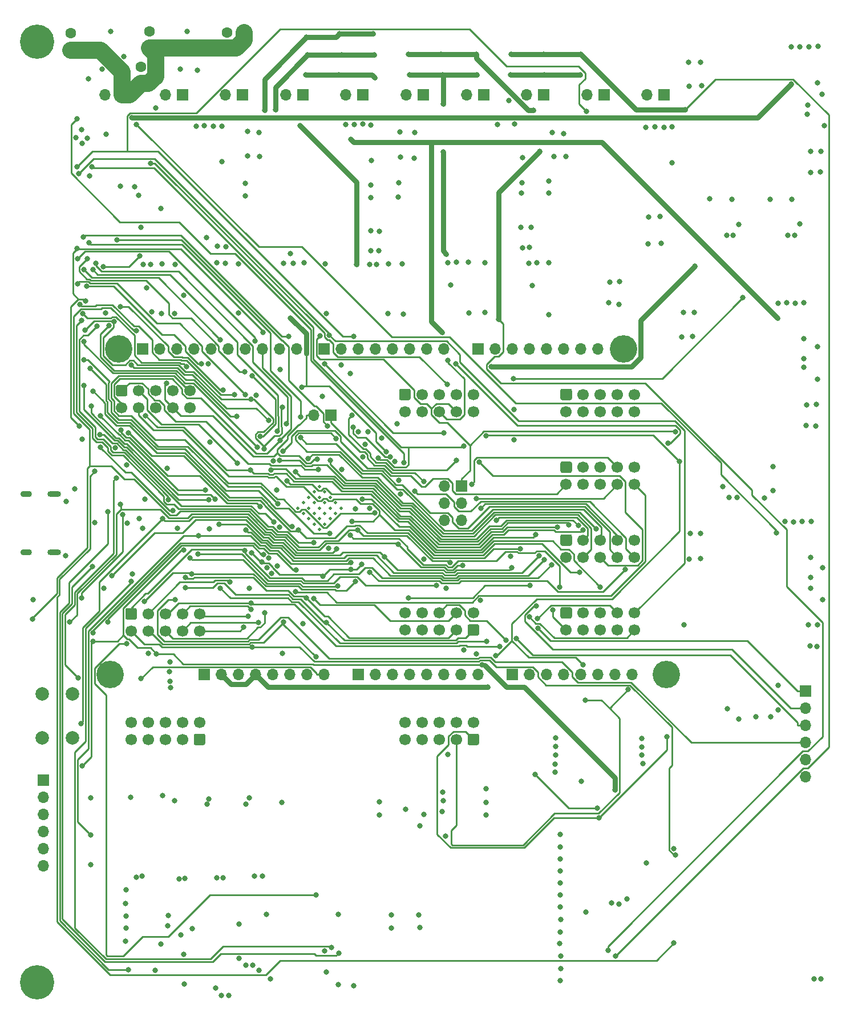
<source format=gbr>
%TF.GenerationSoftware,KiCad,Pcbnew,(5.1.9)-1*%
%TF.CreationDate,2021-07-02T17:33:52-07:00*%
%TF.ProjectId,MAD_P2,4d41445f-5032-42e6-9b69-6361645f7063,rev?*%
%TF.SameCoordinates,Original*%
%TF.FileFunction,Copper,L2,Inr*%
%TF.FilePolarity,Positive*%
%FSLAX46Y46*%
G04 Gerber Fmt 4.6, Leading zero omitted, Abs format (unit mm)*
G04 Created by KiCad (PCBNEW (5.1.9)-1) date 2021-07-02 17:33:52*
%MOMM*%
%LPD*%
G01*
G04 APERTURE LIST*
%TA.AperFunction,ComponentPad*%
%ADD10C,5.080000*%
%TD*%
%TA.AperFunction,ComponentPad*%
%ADD11C,1.600000*%
%TD*%
%TA.AperFunction,ComponentPad*%
%ADD12C,1.700000*%
%TD*%
%TA.AperFunction,ComponentPad*%
%ADD13R,1.700000X1.700000*%
%TD*%
%TA.AperFunction,ComponentPad*%
%ADD14O,1.700000X1.700000*%
%TD*%
%TA.AperFunction,ComponentPad*%
%ADD15C,4.064000*%
%TD*%
%TA.AperFunction,ComponentPad*%
%ADD16O,2.000000X0.900000*%
%TD*%
%TA.AperFunction,ComponentPad*%
%ADD17O,1.700000X0.900000*%
%TD*%
%TA.AperFunction,ComponentPad*%
%ADD18C,0.500000*%
%TD*%
%TA.AperFunction,ComponentPad*%
%ADD19C,2.000000*%
%TD*%
%TA.AperFunction,ViaPad*%
%ADD20C,0.800000*%
%TD*%
%TA.AperFunction,Conductor*%
%ADD21C,0.250000*%
%TD*%
%TA.AperFunction,Conductor*%
%ADD22C,0.800000*%
%TD*%
%TA.AperFunction,Conductor*%
%ADD23C,2.500000*%
%TD*%
G04 APERTURE END LIST*
D10*
%TO.N,N/C*%
%TO.C,DISP_HOLE_3*%
X395605000Y-157915000D03*
%TD*%
%TO.N,N/C*%
%TO.C,DISP_HOLE_1*%
X395605000Y-18415000D03*
%TD*%
D11*
%TO.N,Net-(C74-Pad1)*%
%TO.C,F5*%
X423776000Y-17081500D03*
%TO.N,VIN_RAW*%
X426276000Y-17081500D03*
%TD*%
D12*
%TO.N,GND*%
%TO.C,J11*%
X460312000Y-73279000D03*
%TO.N,5V_MAIN1*%
X457772000Y-73279000D03*
%TO.N,VIN_L1*%
X455232000Y-73279000D03*
%TO.N,V_32_35*%
X452692000Y-73279000D03*
%TO.N,V_0_3*%
X450152000Y-73279000D03*
%TO.N,GND*%
X460312000Y-70739000D03*
%TO.N,3.3V_MAIN1*%
X457772000Y-70739000D03*
%TO.N,V_32_35*%
X455232000Y-70739000D03*
%TO.N,V_0_3*%
X452692000Y-70739000D03*
%TO.N,GND*%
%TA.AperFunction,ComponentPad*%
G36*
G01*
X449552000Y-69889000D02*
X450752000Y-69889000D01*
G75*
G02*
X451002000Y-70139000I0J-250000D01*
G01*
X451002000Y-71339000D01*
G75*
G02*
X450752000Y-71589000I-250000J0D01*
G01*
X449552000Y-71589000D01*
G75*
G02*
X449302000Y-71339000I0J250000D01*
G01*
X449302000Y-70139000D01*
G75*
G02*
X449552000Y-69889000I250000J0D01*
G01*
G37*
%TD.AperFunction*%
%TD*%
D13*
%TO.N,VIN_RAW*%
%TO.C,J4*%
X408177800Y-26289000D03*
D14*
%TO.N,GND*%
X405637800Y-26289000D03*
%TD*%
D13*
%TO.N,Net-(J27-Pad1)*%
%TO.C,J27*%
X417118800Y-26289000D03*
D14*
%TO.N,GND*%
X414578800Y-26289000D03*
%TD*%
D13*
%TO.N,Net-(J17-Pad1)*%
%TO.C,J17*%
X426059800Y-26289000D03*
D14*
%TO.N,GND*%
X423519800Y-26289000D03*
%TD*%
D13*
%TO.N,Net-(J1-Pad1)*%
%TO.C,J1*%
X435000800Y-26289000D03*
D14*
%TO.N,GND*%
X432460800Y-26289000D03*
%TD*%
D13*
%TO.N,Net-(J28-Pad1)*%
%TO.C,J28*%
X443940800Y-26289000D03*
D14*
%TO.N,GND*%
X441400800Y-26289000D03*
%TD*%
D13*
%TO.N,Net-(J2-Pad1)*%
%TO.C,J2*%
X452881800Y-26289000D03*
D14*
%TO.N,GND*%
X450341800Y-26289000D03*
%TD*%
D13*
%TO.N,Net-(J29-Pad1)*%
%TO.C,J29*%
X461822800Y-26289000D03*
D14*
%TO.N,GND*%
X459282800Y-26289000D03*
%TD*%
D13*
%TO.N,Net-(J3-Pad1)*%
%TO.C,J3*%
X470763800Y-26289000D03*
D14*
%TO.N,GND*%
X468223800Y-26289000D03*
%TD*%
D13*
%TO.N,Net-(J30-Pad1)*%
%TO.C,J30*%
X479704800Y-26289000D03*
D14*
%TO.N,GND*%
X477164800Y-26289000D03*
%TD*%
D13*
%TO.N,Net-(J12-Pad1)*%
%TO.C,J12*%
X488644800Y-26289000D03*
D14*
%TO.N,GND*%
X486104800Y-26289000D03*
%TD*%
D15*
%TO.N,N/C*%
%TO.C,P10*%
X488950000Y-112268000D03*
%TD*%
%TO.N,N/C*%
%TO.C,P8*%
X406400000Y-112268000D03*
%TD*%
%TO.N,N/C*%
%TO.C,P13*%
X482600000Y-64008000D03*
%TD*%
%TO.N,N/C*%
%TO.C,P11*%
X407670000Y-64008000D03*
%TD*%
%TO.N,P34*%
%TO.C,J7*%
%TA.AperFunction,ComponentPad*%
G36*
G01*
X408912000Y-102414000D02*
X410112000Y-102414000D01*
G75*
G02*
X410362000Y-102664000I0J-250000D01*
G01*
X410362000Y-103864000D01*
G75*
G02*
X410112000Y-104114000I-250000J0D01*
G01*
X408912000Y-104114000D01*
G75*
G02*
X408662000Y-103864000I0J250000D01*
G01*
X408662000Y-102664000D01*
G75*
G02*
X408912000Y-102414000I250000J0D01*
G01*
G37*
%TD.AperFunction*%
D12*
%TO.N,P36*%
X412052000Y-103264000D03*
%TO.N,P38*%
X414592000Y-103264000D03*
%TO.N,P40*%
X417132000Y-103264000D03*
%TO.N,P42*%
X419672000Y-103264000D03*
%TO.N,P35*%
X409512000Y-105804000D03*
%TO.N,P37*%
X412052000Y-105804000D03*
%TO.N,P39*%
X414592000Y-105804000D03*
%TO.N,P41*%
X417132000Y-105804000D03*
%TO.N,P43*%
X419672000Y-105804000D03*
%TD*%
D16*
%TO.N,Net-(J8-PadS1)*%
%TO.C,J8*%
X398119000Y-85514700D03*
X398119000Y-94154700D03*
D17*
X393949000Y-85514700D03*
X393949000Y-94154700D03*
%TD*%
%TO.N,P44*%
%TO.C,J9*%
%TA.AperFunction,ComponentPad*%
G36*
G01*
X460912000Y-106514000D02*
X459712000Y-106514000D01*
G75*
G02*
X459462000Y-106264000I0J250000D01*
G01*
X459462000Y-105064000D01*
G75*
G02*
X459712000Y-104814000I250000J0D01*
G01*
X460912000Y-104814000D01*
G75*
G02*
X461162000Y-105064000I0J-250000D01*
G01*
X461162000Y-106264000D01*
G75*
G02*
X460912000Y-106514000I-250000J0D01*
G01*
G37*
%TD.AperFunction*%
D12*
%TO.N,P46*%
X457772000Y-105664000D03*
%TO.N,P48*%
X455232000Y-105664000D03*
%TO.N,P50*%
X452692000Y-105664000D03*
%TO.N,P52*%
X450152000Y-105664000D03*
%TO.N,P45*%
X460312000Y-103124000D03*
%TO.N,P47*%
X457772000Y-103124000D03*
%TO.N,P49*%
X455232000Y-103124000D03*
%TO.N,P51*%
X452692000Y-103124000D03*
%TO.N,P53*%
X450152000Y-103124000D03*
%TD*%
%TO.N,P63*%
%TO.C,J10*%
X418274000Y-72707500D03*
%TO.N,P61*%
X415734000Y-72707500D03*
%TO.N,P59*%
X413194000Y-72707500D03*
%TO.N,P57*%
X410654000Y-72707500D03*
%TO.N,P55*%
X408114000Y-72707500D03*
%TO.N,P62*%
X418274000Y-70167500D03*
%TO.N,P60*%
X415734000Y-70167500D03*
%TO.N,P58*%
X413194000Y-70167500D03*
%TO.N,P56*%
X410654000Y-70167500D03*
%TO.N,P54*%
%TA.AperFunction,ComponentPad*%
G36*
G01*
X407514000Y-69317500D02*
X408714000Y-69317500D01*
G75*
G02*
X408964000Y-69567500I0J-250000D01*
G01*
X408964000Y-70767500D01*
G75*
G02*
X408714000Y-71017500I-250000J0D01*
G01*
X407514000Y-71017500D01*
G75*
G02*
X407264000Y-70767500I0J250000D01*
G01*
X407264000Y-69567500D01*
G75*
G02*
X407514000Y-69317500I250000J0D01*
G01*
G37*
%TD.AperFunction*%
%TD*%
%TO.N,P20*%
%TO.C,J13*%
%TA.AperFunction,ComponentPad*%
G36*
G01*
X473491000Y-80684000D02*
X474691000Y-80684000D01*
G75*
G02*
X474941000Y-80934000I0J-250000D01*
G01*
X474941000Y-82134000D01*
G75*
G02*
X474691000Y-82384000I-250000J0D01*
G01*
X473491000Y-82384000D01*
G75*
G02*
X473241000Y-82134000I0J250000D01*
G01*
X473241000Y-80934000D01*
G75*
G02*
X473491000Y-80684000I250000J0D01*
G01*
G37*
%TD.AperFunction*%
%TO.N,P22*%
X476631000Y-81534000D03*
%TO.N,P24*%
X479171000Y-81534000D03*
%TO.N,P26*%
X481711000Y-81534000D03*
%TO.N,P28*%
X484251000Y-81534000D03*
%TO.N,P21*%
X474091000Y-84074000D03*
%TO.N,P23*%
X476631000Y-84074000D03*
%TO.N,P25*%
X479171000Y-84074000D03*
%TO.N,P27*%
X481711000Y-84074000D03*
%TO.N,P29*%
X484251000Y-84074000D03*
%TD*%
%TO.N,Net-(J14-Pad1)*%
%TO.C,J14*%
%TA.AperFunction,ComponentPad*%
G36*
G01*
X473491000Y-69889000D02*
X474691000Y-69889000D01*
G75*
G02*
X474941000Y-70139000I0J-250000D01*
G01*
X474941000Y-71339000D01*
G75*
G02*
X474691000Y-71589000I-250000J0D01*
G01*
X473491000Y-71589000D01*
G75*
G02*
X473241000Y-71339000I0J250000D01*
G01*
X473241000Y-70139000D01*
G75*
G02*
X473491000Y-69889000I250000J0D01*
G01*
G37*
%TD.AperFunction*%
%TO.N,Net-(J14-Pad3)*%
X476631000Y-70739000D03*
%TO.N,Net-(J14-Pad5)*%
X479171000Y-70739000D03*
%TO.N,GND*%
X481711000Y-70739000D03*
X484251000Y-70739000D03*
%TO.N,Net-(J14-Pad2)*%
X474091000Y-73279000D03*
%TO.N,GND*%
X476631000Y-73279000D03*
X479171000Y-73279000D03*
X481711000Y-73279000D03*
%TO.N,Net-(J14-Pad10)*%
X484251000Y-73279000D03*
%TD*%
%TO.N,A1+*%
%TO.C,J15*%
%TA.AperFunction,ComponentPad*%
G36*
G01*
X420272000Y-122725000D02*
X419072000Y-122725000D01*
G75*
G02*
X418822000Y-122475000I0J250000D01*
G01*
X418822000Y-121275000D01*
G75*
G02*
X419072000Y-121025000I250000J0D01*
G01*
X420272000Y-121025000D01*
G75*
G02*
X420522000Y-121275000I0J-250000D01*
G01*
X420522000Y-122475000D01*
G75*
G02*
X420272000Y-122725000I-250000J0D01*
G01*
G37*
%TD.AperFunction*%
%TO.N,A2+*%
X417132000Y-121875000D03*
%TO.N,A3+*%
X414592000Y-121875000D03*
%TO.N,A4+*%
X412052000Y-121875000D03*
%TO.N,GND*%
X409512000Y-121875000D03*
%TO.N,A1-*%
X419672000Y-119335000D03*
%TO.N,A2-*%
X417132000Y-119335000D03*
%TO.N,A3-*%
X414592000Y-119335000D03*
%TO.N,A4-*%
X412052000Y-119335000D03*
%TO.N,3.3V_ADC*%
X409512000Y-119335000D03*
%TD*%
%TO.N,3.3V_ADC*%
%TO.C,J16*%
%TA.AperFunction,ComponentPad*%
G36*
G01*
X460912000Y-122725000D02*
X459712000Y-122725000D01*
G75*
G02*
X459462000Y-122475000I0J250000D01*
G01*
X459462000Y-121275000D01*
G75*
G02*
X459712000Y-121025000I250000J0D01*
G01*
X460912000Y-121025000D01*
G75*
G02*
X461162000Y-121275000I0J-250000D01*
G01*
X461162000Y-122475000D01*
G75*
G02*
X460912000Y-122725000I-250000J0D01*
G01*
G37*
%TD.AperFunction*%
%TO.N,5V_ADC*%
X457772000Y-121875000D03*
%TO.N,AO1*%
X455232000Y-121875000D03*
%TO.N,AO2*%
X452692000Y-121875000D03*
%TO.N,GND*%
X450152000Y-121875000D03*
%TO.N,AO0*%
X460312000Y-119335000D03*
%TO.N,GND*%
X457772000Y-119335000D03*
X455232000Y-119335000D03*
X452692000Y-119335000D03*
%TO.N,AO3*%
X450152000Y-119335000D03*
%TD*%
%TO.N,P9*%
%TO.C,J21*%
X484251000Y-105664000D03*
%TO.N,P7*%
X481711000Y-105664000D03*
%TO.N,P5*%
X479171000Y-105664000D03*
%TO.N,P3*%
X476631000Y-105664000D03*
%TO.N,P1*%
X474091000Y-105664000D03*
%TO.N,P8*%
X484251000Y-103124000D03*
%TO.N,P6*%
X481711000Y-103124000D03*
%TO.N,P4*%
X479171000Y-103124000D03*
%TO.N,P2*%
X476631000Y-103124000D03*
%TO.N,P0*%
%TA.AperFunction,ComponentPad*%
G36*
G01*
X473491000Y-102274000D02*
X474691000Y-102274000D01*
G75*
G02*
X474941000Y-102524000I0J-250000D01*
G01*
X474941000Y-103724000D01*
G75*
G02*
X474691000Y-103974000I-250000J0D01*
G01*
X473491000Y-103974000D01*
G75*
G02*
X473241000Y-103724000I0J250000D01*
G01*
X473241000Y-102524000D01*
G75*
G02*
X473491000Y-102274000I250000J0D01*
G01*
G37*
%TD.AperFunction*%
%TD*%
%TO.N,P19*%
%TO.C,J22*%
X484251000Y-94869000D03*
%TO.N,P17*%
X481711000Y-94869000D03*
%TO.N,P15*%
X479171000Y-94869000D03*
%TO.N,P13*%
X476631000Y-94869000D03*
%TO.N,P11*%
X474091000Y-94869000D03*
%TO.N,P18*%
X484251000Y-92329000D03*
%TO.N,P16*%
X481711000Y-92329000D03*
%TO.N,P14*%
X479171000Y-92329000D03*
%TO.N,P12*%
X476631000Y-92329000D03*
%TO.N,P10*%
%TA.AperFunction,ComponentPad*%
G36*
G01*
X473491000Y-91479000D02*
X474691000Y-91479000D01*
G75*
G02*
X474941000Y-91729000I0J-250000D01*
G01*
X474941000Y-92929000D01*
G75*
G02*
X474691000Y-93179000I-250000J0D01*
G01*
X473491000Y-93179000D01*
G75*
G02*
X473241000Y-92929000I0J250000D01*
G01*
X473241000Y-91729000D01*
G75*
G02*
X473491000Y-91479000I250000J0D01*
G01*
G37*
%TD.AperFunction*%
%TD*%
D14*
%TO.N,P61*%
%TO.C,JP10*%
X436626000Y-73787000D03*
D13*
%TO.N,FLASH_CS*%
X439166000Y-73787000D03*
%TD*%
D18*
%TO.N,GND*%
%TO.C,U1*%
X434295019Y-87579200D03*
X435090515Y-86783705D03*
X435886010Y-85988210D03*
X436681505Y-85192715D03*
X437477000Y-84397219D03*
X435090515Y-88374695D03*
X435886010Y-87579200D03*
X436681505Y-86783705D03*
X437477000Y-85988210D03*
X438272495Y-85192715D03*
X435886010Y-89170190D03*
X436681505Y-88374695D03*
X437477000Y-87579200D03*
X438272495Y-86783705D03*
X439067990Y-85988210D03*
X436681505Y-89965685D03*
X437477000Y-89170190D03*
X438272495Y-88374695D03*
X439067990Y-87579200D03*
X439863485Y-86783705D03*
X437477000Y-90761181D03*
X438272495Y-89965685D03*
X439067990Y-89170190D03*
X439863485Y-88374695D03*
X440658981Y-87579200D03*
%TD*%
D14*
%TO.N,Net-(J18-Pad8)*%
%TO.C,J18*%
X461010000Y-112268000D03*
%TO.N,Net-(J18-Pad7)*%
X458470000Y-112268000D03*
%TO.N,Net-(J18-Pad6)*%
X455930000Y-112268000D03*
%TO.N,Net-(J18-Pad5)*%
X453390000Y-112268000D03*
%TO.N,Net-(J18-Pad4)*%
X450850000Y-112268000D03*
%TO.N,Net-(J18-Pad3)*%
X448310000Y-112268000D03*
%TO.N,Net-(J18-Pad2)*%
X445770000Y-112268000D03*
D13*
%TO.N,Net-(J18-Pad1)*%
X443230000Y-112268000D03*
%TD*%
%TO.N,Net-(J19-Pad1)*%
%TO.C,J19*%
X466090000Y-112268000D03*
D14*
%TO.N,Net-(J19-Pad2)*%
X468630000Y-112268000D03*
%TO.N,Net-(J19-Pad3)*%
X471170000Y-112268000D03*
%TO.N,Net-(J19-Pad4)*%
X473710000Y-112268000D03*
%TO.N,Net-(J19-Pad5)*%
X476250000Y-112268000D03*
%TO.N,Net-(J19-Pad6)*%
X478790000Y-112268000D03*
%TO.N,Net-(J19-Pad7)*%
X481330000Y-112268000D03*
%TO.N,Net-(J19-Pad8)*%
X483870000Y-112268000D03*
%TD*%
D13*
%TO.N,Net-(J20-Pad1)*%
%TO.C,J20*%
X420370000Y-112268000D03*
D14*
%TO.N,3.3V_MAIN1*%
X422910000Y-112268000D03*
%TO.N,RESET*%
X425450000Y-112268000D03*
%TO.N,3.3V_MAIN1*%
X427990000Y-112268000D03*
%TO.N,5V_MAIN1*%
X430530000Y-112268000D03*
%TO.N,GND*%
X433070000Y-112268000D03*
X435610000Y-112268000D03*
%TO.N,VIN_L1*%
X438150000Y-112268000D03*
%TD*%
D13*
%TO.N,5V_MAIN1*%
%TO.C,J23*%
X458597000Y-84328000D03*
D14*
%TO.N,P53*%
X456057000Y-84328000D03*
%TO.N,P52*%
X458597000Y-86868000D03*
%TO.N,P51*%
X456057000Y-86868000D03*
%TO.N,GND*%
X458597000Y-89408000D03*
%TO.N,RESET*%
X456057000Y-89408000D03*
%TD*%
D13*
%TO.N,Net-(J24-Pad1)*%
%TO.C,J24*%
X411226000Y-64008000D03*
D14*
%TO.N,Net-(J24-Pad2)*%
X413766000Y-64008000D03*
%TO.N,Net-(J24-Pad3)*%
X416306000Y-64008000D03*
%TO.N,GND*%
X418846000Y-64008000D03*
%TO.N,Net-(J24-Pad5)*%
X421386000Y-64008000D03*
%TO.N,Net-(J24-Pad6)*%
X423926000Y-64008000D03*
%TO.N,Net-(J24-Pad7)*%
X426466000Y-64008000D03*
%TO.N,P55*%
X429006000Y-64008000D03*
%TO.N,P54*%
X431546000Y-64008000D03*
%TO.N,Net-(J24-Pad10)*%
X434086000Y-64008000D03*
%TD*%
%TO.N,Net-(J25-Pad8)*%
%TO.C,J25*%
X455930000Y-64008000D03*
%TO.N,Net-(J25-Pad7)*%
X453390000Y-64008000D03*
%TO.N,Net-(J25-Pad6)*%
X450850000Y-64008000D03*
%TO.N,Net-(J25-Pad5)*%
X448310000Y-64008000D03*
%TO.N,Net-(J25-Pad4)*%
X445770000Y-64008000D03*
%TO.N,Net-(J25-Pad3)*%
X443230000Y-64008000D03*
%TO.N,Net-(J25-Pad2)*%
X440690000Y-64008000D03*
D13*
%TO.N,Net-(J25-Pad1)*%
X438150000Y-64008000D03*
%TD*%
%TO.N,Net-(J26-Pad1)*%
%TO.C,J26*%
X461010000Y-64008000D03*
D14*
%TO.N,Net-(J26-Pad2)*%
X463550000Y-64008000D03*
%TO.N,Net-(J26-Pad3)*%
X466090000Y-64008000D03*
%TO.N,Net-(J26-Pad4)*%
X468630000Y-64008000D03*
%TO.N,Net-(J26-Pad5)*%
X471170000Y-64008000D03*
%TO.N,Net-(J26-Pad6)*%
X473710000Y-64008000D03*
%TO.N,P57*%
X476250000Y-64008000D03*
%TO.N,P56*%
X478790000Y-64008000D03*
%TD*%
D13*
%TO.N,HS_VIN*%
%TO.C,J33*%
X396494000Y-127889000D03*
D14*
%TO.N,HS_1*%
X396494000Y-130429000D03*
%TO.N,HS_2*%
X396494000Y-132969000D03*
%TO.N,HS_3*%
X396494000Y-135509000D03*
%TO.N,HS_4*%
X396494000Y-138049000D03*
%TO.N,GND*%
X396494000Y-140589000D03*
%TD*%
D19*
%TO.N,GND*%
%TO.C,SW1*%
X396312000Y-121666000D03*
%TO.N,RESET*%
X400812000Y-121666000D03*
%TO.N,GND*%
X396312000Y-115166000D03*
%TO.N,RESET*%
X400812000Y-115166000D03*
%TD*%
D13*
%TO.N,RESET*%
%TO.C,J34*%
X509588000Y-114744000D03*
D14*
%TO.N,P62*%
X509588000Y-117284000D03*
%TO.N,P63*%
X509588000Y-119824000D03*
%TO.N,VBUS*%
X509588000Y-122364000D03*
%TO.N,Net-(J34-Pad5)*%
X509588000Y-124904000D03*
%TO.N,GND*%
X509588000Y-127444000D03*
%TD*%
D11*
%TO.N,Net-(C73-Pad1)*%
%TO.C,F1*%
X400558000Y-17208500D03*
%TO.N,VIN_RAW*%
X400558000Y-19708500D03*
%TD*%
%TO.N,VIN_RAW*%
%TO.C,F2*%
X410972000Y-24638000D03*
%TO.N,Net-(C91-Pad1)*%
X410972000Y-22138000D03*
%TD*%
%TO.N,VIN_RAW*%
%TO.C,F3*%
X412242000Y-19391000D03*
%TO.N,Net-(C75-Pad1)*%
X412242000Y-16891000D03*
%TD*%
D20*
%TO.N,Net-(BT1-Pad1)*%
X476314000Y-128080000D03*
%TO.N,GND*%
X414844300Y-81728200D03*
X409727600Y-97350900D03*
X449494500Y-85514400D03*
X411265900Y-90549000D03*
X405686700Y-58657300D03*
X421168000Y-90696700D03*
X407127800Y-78684400D03*
X421219000Y-77795500D03*
X405850000Y-32146900D03*
X428057900Y-70843500D03*
X401302200Y-32689800D03*
X435053300Y-104749400D03*
X427024600Y-99489500D03*
X411554100Y-86244200D03*
X465857700Y-94714900D03*
X448998000Y-75115400D03*
X399796000Y-94615000D03*
X465582000Y-27178000D03*
X409448000Y-130492000D03*
X414210000Y-130175000D03*
X415988000Y-130937000D03*
X420814000Y-131508000D03*
X421068000Y-130683000D03*
X431864000Y-131191000D03*
X426530000Y-131445000D03*
X427038000Y-130556000D03*
X429006000Y-142176000D03*
X427800000Y-142176000D03*
X423164000Y-142367000D03*
X422212000Y-142367000D03*
X417512000Y-142494000D03*
X416624000Y-142558000D03*
X411162000Y-142176000D03*
X410274000Y-142304000D03*
X415036000Y-148018000D03*
X408686000Y-151828000D03*
X408750000Y-149860000D03*
X408686000Y-146240000D03*
X408750000Y-148082000D03*
X408750000Y-144145000D03*
X414972000Y-149479000D03*
X418592000Y-149924000D03*
X429578000Y-147828000D03*
X425514000Y-149225000D03*
X425577000Y-154368000D03*
X417449000Y-158115000D03*
X422084000Y-158750000D03*
X422910000Y-159830000D03*
X430212000Y-157353000D03*
X428498000Y-156146000D03*
X427546000Y-155321000D03*
X426593000Y-155321000D03*
X424053000Y-159830000D03*
X510350000Y-37846000D03*
X511810000Y-37782500D03*
X511874000Y-34671000D03*
X510413000Y-34671000D03*
X512382000Y-30861000D03*
X509842000Y-29210000D03*
X509968000Y-27813000D03*
X512064000Y-26225500D03*
X511429000Y-24511000D03*
X511492000Y-19113500D03*
X510159000Y-19177000D03*
X508762000Y-19177000D03*
X507492000Y-19177000D03*
X494220000Y-24955500D03*
X492379000Y-25082500D03*
X494030000Y-21463000D03*
X492252000Y-21463000D03*
X453006500Y-95164500D03*
X442024000Y-67627500D03*
X440690000Y-66357500D03*
X431610000Y-67056000D03*
X404120600Y-89772200D03*
X399860000Y-86614000D03*
X401193000Y-84772500D03*
X394970000Y-101156000D03*
X412052000Y-109093000D03*
X415290000Y-113284000D03*
X415354000Y-114173000D03*
X473202000Y-135954000D03*
X473202000Y-137795000D03*
X473202000Y-139636000D03*
X473202000Y-141351000D03*
X473202000Y-143192000D03*
X473202000Y-144970000D03*
X473202000Y-146748000D03*
X473266000Y-148590000D03*
X473202000Y-150432000D03*
X473138000Y-152146000D03*
X473266000Y-153988000D03*
X473266000Y-155829000D03*
X473202000Y-157670000D03*
X438468000Y-156400000D03*
X442532000Y-158369000D03*
X455803000Y-129667000D03*
X455866000Y-131000000D03*
X462216000Y-129159000D03*
X462216000Y-131254000D03*
X462216000Y-133096000D03*
X452946000Y-132969000D03*
X446342000Y-133096000D03*
X446342000Y-131128000D03*
X485458000Y-125476000D03*
X472440000Y-126746000D03*
X472440000Y-125540000D03*
X472504000Y-124206000D03*
X472567000Y-122936000D03*
X472504000Y-121666000D03*
X485330000Y-121730000D03*
X485330000Y-123000000D03*
X485330000Y-124206000D03*
X452374000Y-149796000D03*
X452247000Y-147892000D03*
X448183000Y-147892000D03*
X448183000Y-149860000D03*
X511874000Y-157353000D03*
X510858000Y-157353000D03*
X483108000Y-145542000D03*
X486029000Y-140208000D03*
X490093000Y-138049000D03*
X498030000Y-117348000D03*
X499682000Y-118872000D03*
X504444000Y-118554000D03*
X502285000Y-118554000D03*
X505587000Y-117475000D03*
X505524000Y-113856000D03*
X510032000Y-104902000D03*
X511429000Y-104902000D03*
X511302000Y-108077000D03*
X510286000Y-108014000D03*
X512191000Y-96456500D03*
X512128000Y-101156000D03*
X510350000Y-99504500D03*
X510350000Y-97853500D03*
X510413000Y-94869000D03*
X510476000Y-89598500D03*
X509143000Y-89598500D03*
X507873000Y-89662000D03*
X506603000Y-89598500D03*
X494030000Y-95059500D03*
X492316000Y-95123000D03*
X494030000Y-91313000D03*
X492506000Y-91376500D03*
X499491000Y-86042500D03*
X498284000Y-86042500D03*
X497332000Y-84391500D03*
X504825000Y-84963000D03*
X503555000Y-86106000D03*
X504762000Y-81470500D03*
X509714000Y-75374500D03*
X511112000Y-75438000D03*
X511238000Y-72199500D03*
X509778000Y-72326500D03*
X511366000Y-63690500D03*
X511429000Y-68516500D03*
X509397000Y-66675000D03*
X509397000Y-65405000D03*
X509397000Y-62484000D03*
X509397000Y-57150000D03*
X508064000Y-57213500D03*
X506794000Y-57150000D03*
X505524000Y-57213500D03*
X492824000Y-62166500D03*
X491236000Y-62230000D03*
X493141000Y-58610500D03*
X491490000Y-58547000D03*
X504380000Y-41846500D03*
X507556000Y-41846500D03*
X508762000Y-45466000D03*
X508000000Y-47180500D03*
X506984000Y-47180500D03*
X499682000Y-45529500D03*
X498856000Y-47117000D03*
X497904000Y-47180500D03*
X498729000Y-41846500D03*
X495364000Y-41719500D03*
X486283000Y-48387000D03*
X488188000Y-48323500D03*
X487998000Y-44323000D03*
X486346000Y-44450000D03*
X489839000Y-36385500D03*
X489839000Y-31051500D03*
X488632000Y-31115000D03*
X487299000Y-31051500D03*
X485902000Y-31178500D03*
X467614000Y-35623500D03*
X466408000Y-30670500D03*
X463931000Y-30734000D03*
X472059000Y-31940500D03*
X473710000Y-32067500D03*
X474028000Y-35433000D03*
X472313000Y-35496500D03*
X471551000Y-39116000D03*
X471551000Y-40894000D03*
X467487000Y-40894000D03*
X467550000Y-39370000D03*
X480378000Y-57150000D03*
X481965000Y-57404000D03*
X482028000Y-54038500D03*
X480568000Y-54102000D03*
X449898000Y-58801000D03*
X447612000Y-58737500D03*
X445072000Y-46482000D03*
X446405000Y-46545500D03*
X446278000Y-49466500D03*
X445135000Y-49466500D03*
X449390000Y-31813500D03*
X451612000Y-31940500D03*
X451548000Y-35687000D03*
X449516000Y-35560000D03*
X449262000Y-39370000D03*
X449199000Y-41465500D03*
X445135000Y-41529000D03*
X445072000Y-39687500D03*
X445198000Y-36068000D03*
X445072000Y-30797500D03*
X443928000Y-30670500D03*
X442658000Y-30734000D03*
X441388000Y-30734000D03*
X426466000Y-39433500D03*
X426466000Y-41275000D03*
X467360000Y-45974000D03*
X468884000Y-45974000D03*
X468630000Y-48958500D03*
X467614000Y-49022000D03*
X471551000Y-58928000D03*
X469074000Y-54610000D03*
X471551000Y-51244500D03*
X469710000Y-51244500D03*
X468566000Y-51308000D03*
X462026000Y-58610500D03*
X459676000Y-58674000D03*
X462026000Y-51244500D03*
X459613000Y-51117500D03*
X456946000Y-54546500D03*
X457772000Y-51117500D03*
X456502000Y-51181000D03*
X449770000Y-51371500D03*
X447738000Y-51371500D03*
X445960000Y-51435000D03*
X444944000Y-51498500D03*
X438468000Y-58737500D03*
X438340000Y-51371500D03*
X435166000Y-51181000D03*
X433578000Y-51308000D03*
X432181000Y-51308000D03*
X415988000Y-58737500D03*
X414020000Y-58737500D03*
X411861000Y-54927500D03*
X411290000Y-51435000D03*
X412432000Y-51435000D03*
X414147000Y-51371500D03*
X416052000Y-51435000D03*
X425450000Y-58674000D03*
X425450000Y-51371500D03*
X423545000Y-51308000D03*
X422275000Y-51244500D03*
X420751000Y-47498000D03*
X423608000Y-48831500D03*
X422338000Y-48768000D03*
X426847000Y-31750000D03*
X428498000Y-31877000D03*
X428562000Y-35433000D03*
X426847000Y-35369500D03*
X422974000Y-36258500D03*
X419164000Y-30988000D03*
X420370000Y-30924500D03*
X421704000Y-30988000D03*
X422974000Y-30988000D03*
X405183000Y-22489600D03*
X408395000Y-20610800D03*
X419354000Y-22669500D03*
X416814000Y-22542500D03*
X417830000Y-16891000D03*
X406464000Y-16891000D03*
%TO.N,+1V8*%
X447341100Y-79200800D03*
X434865600Y-69644500D03*
X449272900Y-83436000D03*
X443744600Y-95890700D03*
X442123200Y-96646400D03*
X427387700Y-94230300D03*
X428928800Y-95576000D03*
X438022300Y-97653600D03*
X433197000Y-59436000D03*
%TO.N,VIN_L1*%
X450672600Y-100870700D03*
X468701500Y-99070600D03*
X410998100Y-112876900D03*
X456565000Y-65722500D03*
X455676000Y-61531500D03*
X505460000Y-59436000D03*
X442150000Y-32956500D03*
X429324000Y-28575000D03*
X445452000Y-17272000D03*
X440436000Y-17272000D03*
X435546000Y-17780000D03*
X413179000Y-28273200D03*
%TO.N,+5V*%
X478736600Y-132058300D03*
X469473400Y-127097300D03*
%TO.N,+5V_3*%
X481453600Y-153990100D03*
X491744000Y-28511500D03*
X476250000Y-20320000D03*
X470789000Y-20320000D03*
X465900000Y-20320000D03*
%TO.N,+5V_1*%
X480817000Y-146088700D03*
X430938000Y-28548300D03*
X445580000Y-20383500D03*
X440754000Y-20383500D03*
X435737000Y-20383500D03*
%TO.N,+5V_2*%
X481946700Y-146268600D03*
X469202000Y-28575000D03*
X460756000Y-20320000D03*
X455486000Y-20320000D03*
X450723000Y-20320000D03*
%TO.N,+3.3V_3*%
X480321500Y-153163500D03*
X464058000Y-59563000D03*
X470154000Y-34734500D03*
X476186000Y-23368000D03*
X470852000Y-23368000D03*
X465836000Y-23368000D03*
%TO.N,+3.3V_1*%
X489166300Y-77996300D03*
X457668200Y-66166700D03*
X442976000Y-51435000D03*
X434594000Y-30861000D03*
X445680000Y-23785800D03*
X440372000Y-23368000D03*
X435420000Y-23368000D03*
%TO.N,+3.3V_2*%
X476983000Y-147476600D03*
X455866000Y-27686000D03*
X455866000Y-34798000D03*
X456311000Y-49911000D03*
X460820000Y-23368000D03*
X455740000Y-23368000D03*
X450850000Y-23368000D03*
%TO.N,+3V3*%
X461610300Y-110828600D03*
X413290000Y-109212100D03*
X417303800Y-93831100D03*
X403866500Y-107302600D03*
X440246000Y-158242000D03*
X481330000Y-129350000D03*
X402272000Y-125794000D03*
%TO.N,VIN_IO*%
X507492000Y-24701500D03*
X409638000Y-29718000D03*
%TO.N,VIN_ADC*%
X410335900Y-30679600D03*
X505333000Y-91249500D03*
X403162000Y-23939500D03*
%TO.N,5V_ADC*%
X483275800Y-114498800D03*
X462305000Y-107377300D03*
X422735300Y-99446000D03*
X476960000Y-116026300D03*
X491617000Y-104902000D03*
%TO.N,3.3V_ADC*%
X489068300Y-121443000D03*
X478939800Y-133543900D03*
%TO.N,VBUS*%
X416046500Y-101149700D03*
%TO.N,Net-(C104-Pad1)*%
X410714500Y-89152100D03*
X408963500Y-89802900D03*
%TO.N,RESET*%
X469912400Y-105378300D03*
X461341200Y-101282700D03*
X416391500Y-90600900D03*
X417336000Y-56030700D03*
X420927200Y-66230500D03*
%TO.N,FLASH_CS*%
X452944800Y-83657100D03*
%TO.N,5V_MAIN1*%
X437579700Y-62009600D03*
X456287300Y-99460900D03*
X431990000Y-109156000D03*
X490284000Y-76263500D03*
%TO.N,3.3V_MAIN1*%
X462184100Y-76873800D03*
X476573000Y-110845600D03*
X462470000Y-114131000D03*
X463614000Y-109474000D03*
X490918000Y-80708500D03*
%TO.N,Net-(J32-Pad7)*%
X440246000Y-147828000D03*
%TO.N,V_0_3*%
X429232100Y-78793900D03*
X405397700Y-51827200D03*
X410835300Y-50214600D03*
X406984900Y-59893500D03*
X402646700Y-61233600D03*
X466302100Y-68364100D03*
X432008600Y-72651100D03*
X427302700Y-71452000D03*
X446696100Y-77199300D03*
X500316000Y-56388000D03*
%TO.N,V_32_35*%
X401869500Y-75406700D03*
X444945200Y-87591100D03*
X401469000Y-49066700D03*
X429068500Y-61521000D03*
X402734800Y-56868400D03*
X462978000Y-66611500D03*
X493204000Y-51752500D03*
%TO.N,P0*%
X412411900Y-36439800D03*
X456440300Y-69284700D03*
%TO.N,P1*%
X472125500Y-102649400D03*
X401482700Y-29873000D03*
X450003700Y-80884400D03*
%TO.N,P2*%
X402161900Y-31447600D03*
X438225200Y-66217200D03*
X448652900Y-80665900D03*
X455969700Y-76402800D03*
%TO.N,P3*%
X442494300Y-75618000D03*
X447970200Y-80004700D03*
X402980800Y-32754700D03*
%TO.N,P4*%
X402247100Y-33527000D03*
X443802000Y-86233900D03*
X479171000Y-99284900D03*
%TO.N,P5*%
X458937100Y-78377600D03*
X446186400Y-80172300D03*
X403732600Y-37020300D03*
%TO.N,P6*%
X469832300Y-103987600D03*
X403384200Y-38321400D03*
X442789000Y-87697300D03*
%TO.N,P7*%
X401457400Y-37026500D03*
X442572100Y-62170900D03*
X444222300Y-78095900D03*
X477095800Y-28732100D03*
%TO.N,P8*%
X438930400Y-61954100D03*
X437932200Y-71044200D03*
X440741400Y-81829600D03*
X401733800Y-38015300D03*
%TO.N,P9*%
X468603200Y-103740000D03*
X443869200Y-79958200D03*
X407894700Y-39838400D03*
%TO.N,P10*%
X410057700Y-39963200D03*
X444632100Y-76287900D03*
%TO.N,P11*%
X410639600Y-41202700D03*
X443200100Y-76280300D03*
%TO.N,P12*%
X413918300Y-43151200D03*
X442286200Y-73854600D03*
X463750700Y-89356700D03*
X457819400Y-80490800D03*
%TO.N,P13*%
X439091900Y-80473900D03*
X410981700Y-45999300D03*
%TO.N,P14*%
X438648200Y-75389700D03*
X407458900Y-47843800D03*
X439966600Y-77293300D03*
%TO.N,P15*%
X402418800Y-47415800D03*
X432877500Y-62147000D03*
X461143300Y-80737800D03*
%TO.N,P16*%
X403251200Y-48271900D03*
X434662300Y-74068200D03*
X461396500Y-87628800D03*
%TO.N,P17*%
X426424100Y-67371900D03*
X402994800Y-50621200D03*
X434639100Y-77157700D03*
%TO.N,P18*%
X478551800Y-90675300D03*
X435812400Y-80255900D03*
X401594200Y-50614600D03*
X427877800Y-62839200D03*
%TO.N,P19*%
X451624300Y-85034900D03*
X432524000Y-75066000D03*
X404263900Y-51315700D03*
%TO.N,P20*%
X433179600Y-49846200D03*
X402478500Y-52200800D03*
X422783200Y-62640700D03*
%TO.N,P21*%
X401540400Y-54333000D03*
X426440800Y-70775500D03*
X432047300Y-79137900D03*
%TO.N,P22*%
X474488800Y-90045300D03*
X433903200Y-82163100D03*
X431195100Y-76213700D03*
X403857900Y-52259800D03*
%TO.N,P23*%
X475881700Y-90164300D03*
X424861000Y-70774800D03*
X401932400Y-57410100D03*
X431552000Y-80488600D03*
%TO.N,P24*%
X469604300Y-91536300D03*
X432639400Y-83541500D03*
X430576700Y-80593500D03*
X407967700Y-57725300D03*
X423169700Y-70090400D03*
%TO.N,P25*%
X406236800Y-60489500D03*
X425189700Y-73950400D03*
X430305300Y-81944200D03*
X472787100Y-90445600D03*
%TO.N,P26*%
X460048700Y-84024100D03*
X402503000Y-62914800D03*
X428281700Y-78561000D03*
X431155400Y-84919500D03*
%TO.N,P27*%
X460775300Y-86180900D03*
X429912100Y-74615300D03*
X409565400Y-66406000D03*
%TO.N,P28*%
X427189800Y-81967000D03*
X476556800Y-90857900D03*
X411676800Y-73870200D03*
%TO.N,P29*%
X433946000Y-99985000D03*
X428695800Y-87398100D03*
X408000200Y-76054000D03*
%TO.N,P30*%
X404939900Y-73879600D03*
X420545800Y-84875600D03*
X427453700Y-67958900D03*
X428643500Y-76955700D03*
%TO.N,P31*%
X422578400Y-89961600D03*
X470069500Y-94637400D03*
X466321300Y-72933000D03*
X402477500Y-69390300D03*
X421014600Y-86306000D03*
%TO.N,P32*%
X409072800Y-76454300D03*
X466352500Y-77463400D03*
X467276800Y-93587500D03*
X434369100Y-90870000D03*
%TO.N,P33*%
X403572000Y-72454100D03*
X421967700Y-86240100D03*
X426592500Y-90870100D03*
X470806200Y-95244800D03*
%TO.N,P34*%
X426401300Y-93882300D03*
X471921900Y-95972100D03*
X405460500Y-99431100D03*
%TO.N,P35*%
X404846600Y-76736800D03*
X430673700Y-89646500D03*
X490311900Y-139002700D03*
X427513600Y-108190700D03*
%TO.N,P36*%
X424164300Y-98575000D03*
X490090400Y-152068000D03*
X404149900Y-82138000D03*
%TO.N,P37*%
X436984900Y-109671600D03*
X431574800Y-90407700D03*
X432137800Y-104453900D03*
X402295000Y-77360800D03*
%TO.N,P38*%
X464238800Y-108103900D03*
X406095900Y-104450900D03*
X429138700Y-94441800D03*
X427298300Y-101657400D03*
%TO.N,P39*%
X408883000Y-107659200D03*
X436991000Y-144950400D03*
X429963800Y-94960800D03*
X429330400Y-103096200D03*
%TO.N,P40*%
X403784400Y-96223800D03*
X440356000Y-153541400D03*
X429662100Y-96437600D03*
X427309300Y-102634300D03*
%TO.N,P41*%
X409526400Y-98474500D03*
X439222000Y-152750300D03*
X431222200Y-96178800D03*
X428410300Y-104573000D03*
%TO.N,P42*%
X430366500Y-97233500D03*
X426912500Y-103598700D03*
X415197300Y-111839200D03*
X438255300Y-153247500D03*
%TO.N,P43*%
X404976500Y-78590100D03*
X415708700Y-87977600D03*
X426204200Y-105267200D03*
X415278800Y-110359500D03*
X413912800Y-152188400D03*
%TO.N,P44*%
X417539700Y-99417000D03*
X438522100Y-104518500D03*
X417313900Y-153725900D03*
%TO.N,P45*%
X403890900Y-70240300D03*
X433431800Y-90296800D03*
X416906200Y-150876200D03*
X434042700Y-96803300D03*
X403877300Y-106109400D03*
%TO.N,P46*%
X417565700Y-97883500D03*
X409137100Y-156002500D03*
X406062400Y-88105200D03*
X435502000Y-100944000D03*
%TO.N,P47*%
X436607000Y-100992800D03*
X402469700Y-65599300D03*
X431258200Y-86974000D03*
X413132800Y-156133500D03*
%TO.N,P48*%
X458874900Y-108652100D03*
X456150600Y-136236300D03*
X402159300Y-59741300D03*
X436632100Y-92717000D03*
%TO.N,P49*%
X465156400Y-107182000D03*
X402332700Y-58760800D03*
X417720300Y-66587000D03*
X418282900Y-94946200D03*
X440176800Y-99109400D03*
%TO.N,P50*%
X403410100Y-66862300D03*
X438957500Y-91338900D03*
X460733700Y-109228700D03*
X452378700Y-134682700D03*
X438835500Y-93517600D03*
%TO.N,P51*%
X411498900Y-101376200D03*
X418469600Y-97347700D03*
X442802700Y-98465600D03*
%TO.N,P52*%
X439990700Y-93640100D03*
X402100800Y-119498600D03*
X403544200Y-130553900D03*
X404485800Y-60575600D03*
X415076600Y-86309800D03*
X414167000Y-89124400D03*
%TO.N,P53*%
X402891100Y-54717100D03*
X419962200Y-66169300D03*
X419515700Y-91654400D03*
X442093300Y-95696000D03*
X403542300Y-136013600D03*
%TO.N,P54*%
X407321800Y-83088900D03*
X401661100Y-112747400D03*
X403544200Y-140463100D03*
X437300200Y-81844100D03*
%TO.N,P55*%
X442041500Y-91625600D03*
X473129700Y-99300100D03*
X431611500Y-77564400D03*
%TO.N,P56*%
X425293800Y-80915100D03*
X444950500Y-97069400D03*
X482852700Y-96718100D03*
%TO.N,P57*%
X476043200Y-97128000D03*
X442331500Y-89545100D03*
%TO.N,P58*%
X466032800Y-96405800D03*
X406664100Y-97582300D03*
X447133900Y-94818600D03*
%TO.N,P59*%
X456849900Y-95646300D03*
X394875000Y-104059200D03*
X443130200Y-90803900D03*
X410325900Y-61313300D03*
%TO.N,P60*%
X407904000Y-87016000D03*
X458707400Y-96085700D03*
X449152700Y-92992200D03*
X400428400Y-104504700D03*
%TO.N,P61*%
X402195900Y-100947800D03*
X408287600Y-88568500D03*
X412599300Y-58520200D03*
X414771600Y-69113500D03*
X437163100Y-80331100D03*
%TO.N,P62*%
X445716100Y-88266900D03*
X469640300Y-102089200D03*
X408831800Y-81197500D03*
%TO.N,P63*%
X419439500Y-94422000D03*
X454868100Y-99060200D03*
X466715000Y-106939600D03*
%TO.N,AO2*%
X455676000Y-132588000D03*
%TO.N,AO1*%
X456565000Y-124079000D03*
%TO.N,AO3*%
X450278000Y-132270000D03*
%TD*%
D21*
%TO.N,+1V8*%
X435486000Y-69499000D02*
X435011100Y-69499000D01*
X435011100Y-69499000D02*
X434865600Y-69644500D01*
X447341100Y-79200800D02*
X445849500Y-77709200D01*
X445849500Y-77709200D02*
X445849500Y-76422200D01*
X445849500Y-76422200D02*
X438926300Y-69499000D01*
X438926300Y-69499000D02*
X435486000Y-69499000D01*
X435486000Y-64680000D02*
X435486000Y-69499000D01*
D22*
X433197000Y-59436000D02*
X435486000Y-61725000D01*
X435486000Y-61725000D02*
X435486000Y-64680000D01*
D21*
X438022300Y-97653600D02*
X437847400Y-97478700D01*
X437847400Y-97478700D02*
X431566700Y-97478700D01*
X431566700Y-97478700D02*
X430535500Y-96447500D01*
X430535500Y-96447500D02*
X430535500Y-96350900D01*
X430535500Y-96350900D02*
X429946800Y-95762200D01*
X429946800Y-95762200D02*
X429115000Y-95762200D01*
X429115000Y-95762200D02*
X428928800Y-95576000D01*
X438022300Y-97653600D02*
X439029500Y-96646400D01*
X439029500Y-96646400D02*
X442123200Y-96646400D01*
X443744600Y-95890700D02*
X442988900Y-96646400D01*
X442988900Y-96646400D02*
X442123200Y-96646400D01*
X428928800Y-95576000D02*
X428733400Y-95576000D01*
X428733400Y-95576000D02*
X427387700Y-94230300D01*
%TO.N,VIN_L1*%
X468701500Y-99070600D02*
X462032200Y-99070600D01*
X462032200Y-99070600D02*
X460232100Y-100870700D01*
X460232100Y-100870700D02*
X450672600Y-100870700D01*
X456565000Y-65722500D02*
X456565000Y-66018400D01*
X456565000Y-66018400D02*
X458947200Y-68400600D01*
X458947200Y-68400600D02*
X458947200Y-73740800D01*
X458947200Y-73740800D02*
X458278800Y-74409200D01*
X458278800Y-74409200D02*
X456362200Y-74409200D01*
X456362200Y-74409200D02*
X455232000Y-73279000D01*
X438150000Y-112268000D02*
X437024700Y-112268000D01*
X437024700Y-112268000D02*
X437024700Y-112050800D01*
X437024700Y-112050800D02*
X436116600Y-111142700D01*
X436116600Y-111142700D02*
X412732300Y-111142700D01*
X412732300Y-111142700D02*
X410998100Y-112876900D01*
D22*
X454107000Y-33356500D02*
X479380000Y-33356500D01*
X479380000Y-33356500D02*
X482763000Y-36739300D01*
X482763000Y-36739300D02*
X505460000Y-59436000D01*
X454107000Y-33356500D02*
X454107000Y-59963000D01*
X454107000Y-59963000D02*
X455676000Y-61531500D01*
X442150000Y-32956500D02*
X442550000Y-33356500D01*
X442550000Y-33356500D02*
X454107000Y-33356500D01*
X435546000Y-17780000D02*
X429324000Y-24003000D01*
X429324000Y-24003000D02*
X429324000Y-28575000D01*
X440436000Y-17272000D02*
X445452000Y-17272000D01*
X435546000Y-17780000D02*
X439928000Y-17780000D01*
X439928000Y-17780000D02*
X440436000Y-17272000D01*
D21*
%TO.N,+5V*%
X478736600Y-132058300D02*
X474434400Y-132058300D01*
X474434400Y-132058300D02*
X469473400Y-127097300D01*
%TO.N,+5V_3*%
X491744000Y-28511500D02*
X496242600Y-24012900D01*
X496242600Y-24012900D02*
X507772600Y-24012900D01*
X507772600Y-24012900D02*
X513066700Y-29307000D01*
X513066700Y-29307000D02*
X513066700Y-123028400D01*
X513066700Y-123028400D02*
X509921100Y-126174000D01*
X509921100Y-126174000D02*
X509254300Y-126174000D01*
X509254300Y-126174000D02*
X481453600Y-153974700D01*
X481453600Y-153974700D02*
X481453600Y-153990100D01*
D22*
X476250000Y-20320000D02*
X484442000Y-28511500D01*
X484442000Y-28511500D02*
X491744000Y-28511500D01*
X470789000Y-20320000D02*
X476250000Y-20320000D01*
X465900000Y-20320000D02*
X470789000Y-20320000D01*
%TO.N,+5V_1*%
X435737000Y-20383500D02*
X430938000Y-25182800D01*
X430938000Y-25182800D02*
X430938000Y-28548300D01*
X440754000Y-20383500D02*
X445580000Y-20383500D01*
X435737000Y-20383500D02*
X440754000Y-20383500D01*
%TO.N,+5V_2*%
X460756000Y-20320000D02*
X460756000Y-20893200D01*
X460756000Y-20893200D02*
X468438000Y-28575000D01*
X468438000Y-28575000D02*
X469202000Y-28575000D01*
X455486000Y-20320000D02*
X460756000Y-20320000D01*
X450723000Y-20320000D02*
X455486000Y-20320000D01*
D21*
%TO.N,+3.3V_3*%
X464058000Y-59563000D02*
X464729200Y-60234200D01*
X464729200Y-60234200D02*
X464729200Y-64430500D01*
X464729200Y-64430500D02*
X464026400Y-65133300D01*
X464026400Y-65133300D02*
X463487600Y-65133300D01*
X463487600Y-65133300D02*
X462302600Y-66318300D01*
X462302600Y-66318300D02*
X462302600Y-66918600D01*
X462302600Y-66918600D02*
X464430900Y-69046900D01*
X464430900Y-69046900D02*
X485810300Y-69046900D01*
X485810300Y-69046900D02*
X501688800Y-84925400D01*
X501688800Y-84925400D02*
X501688800Y-85639300D01*
X501688800Y-85639300D02*
X506793600Y-90744100D01*
X506793600Y-90744100D02*
X506793600Y-99226200D01*
X506793600Y-99226200D02*
X512131900Y-104564500D01*
X512131900Y-104564500D02*
X512131900Y-121451000D01*
X512131900Y-121451000D02*
X509948900Y-123634000D01*
X509948900Y-123634000D02*
X509205800Y-123634000D01*
X509205800Y-123634000D02*
X480321500Y-152518300D01*
X480321500Y-152518300D02*
X480321500Y-153163500D01*
D22*
X470154000Y-34734500D02*
X464058000Y-40830500D01*
X464058000Y-40830500D02*
X464058000Y-59563000D01*
X470852000Y-23368000D02*
X476186000Y-23368000D01*
X465836000Y-23368000D02*
X470852000Y-23368000D01*
D21*
%TO.N,+3.3V_1*%
X457668200Y-66166700D02*
X466847900Y-75346400D01*
X466847900Y-75346400D02*
X490335000Y-75346400D01*
X490335000Y-75346400D02*
X490969100Y-75980500D01*
X490969100Y-75980500D02*
X490969100Y-76543700D01*
X490969100Y-76543700D02*
X489516500Y-77996300D01*
X489516500Y-77996300D02*
X489166300Y-77996300D01*
D22*
X434594000Y-30861000D02*
X442976000Y-39243000D01*
X442976000Y-39243000D02*
X442976000Y-51435000D01*
X440372000Y-23368000D02*
X445262000Y-23368000D01*
X445262000Y-23368000D02*
X445680000Y-23785800D01*
X435420000Y-23368000D02*
X440372000Y-23368000D01*
%TO.N,+3.3V_2*%
X455866000Y-27686000D02*
X455866000Y-23495000D01*
X455866000Y-23495000D02*
X455740000Y-23368000D01*
X456311000Y-49911000D02*
X455866000Y-49466500D01*
X455866000Y-49466500D02*
X455866000Y-34798000D01*
X455740000Y-23368000D02*
X460820000Y-23368000D01*
X450850000Y-23368000D02*
X455740000Y-23368000D01*
D21*
%TO.N,+3V3*%
X402272000Y-125794000D02*
X403624900Y-124441100D01*
X403624900Y-124441100D02*
X403624900Y-107544200D01*
X403624900Y-107544200D02*
X403866500Y-107302600D01*
X461610300Y-110828600D02*
X461960600Y-110828600D01*
X461960600Y-110828600D02*
X462000000Y-110868000D01*
X413290000Y-109212100D02*
X415766500Y-109212100D01*
X415766500Y-109212100D02*
X417278000Y-110723600D01*
X417278000Y-110723600D02*
X436515700Y-110723600D01*
X436515700Y-110723600D02*
X436620700Y-110828600D01*
X436620700Y-110828600D02*
X461610300Y-110828600D01*
X408378800Y-106389700D02*
X407465900Y-107302600D01*
X407465900Y-107302600D02*
X403866500Y-107302600D01*
X413290000Y-109212100D02*
X412387800Y-108309900D01*
X412387800Y-108309900D02*
X410488800Y-108309900D01*
X410488800Y-108309900D02*
X409162800Y-106983900D01*
X409162800Y-106983900D02*
X408973000Y-106983900D01*
X408973000Y-106983900D02*
X408378800Y-106389700D01*
D22*
X462000000Y-110868000D02*
X465263000Y-114131000D01*
X465263000Y-114131000D02*
X467842000Y-114131000D01*
X467842000Y-114131000D02*
X481330000Y-127619000D01*
X481330000Y-127619000D02*
X481330000Y-129350000D01*
D21*
X408378800Y-106389700D02*
X408378800Y-102436700D01*
X408378800Y-102436700D02*
X416984400Y-93831100D01*
X416984400Y-93831100D02*
X417303800Y-93831100D01*
D22*
%TO.N,VIN_IO*%
X409638000Y-29718000D02*
X502476000Y-29718000D01*
X502476000Y-29718000D02*
X507492000Y-24701500D01*
D21*
%TO.N,VIN_ADC*%
X505333000Y-91249500D02*
X505333000Y-90881100D01*
X505333000Y-90881100D02*
X497057200Y-82605300D01*
X497057200Y-82605300D02*
X497057200Y-80870900D01*
X497057200Y-80870900D02*
X488195300Y-72009000D01*
X488195300Y-72009000D02*
X466607400Y-72009000D01*
X466607400Y-72009000D02*
X456815300Y-62216900D01*
X456815300Y-62216900D02*
X448228300Y-62216900D01*
X448228300Y-62216900D02*
X434873100Y-48861700D01*
X434873100Y-48861700D02*
X428518000Y-48861700D01*
X428518000Y-48861700D02*
X410335900Y-30679600D01*
%TO.N,5V_ADC*%
X422735300Y-99446000D02*
X424233300Y-100944000D01*
X424233300Y-100944000D02*
X432817600Y-100944000D01*
X432817600Y-100944000D02*
X433334500Y-101460900D01*
X433334500Y-101460900D02*
X434345800Y-101460900D01*
X434345800Y-101460900D02*
X440525600Y-107640700D01*
X440525600Y-107640700D02*
X457799000Y-107640700D01*
X457799000Y-107640700D02*
X458062400Y-107377300D01*
X458062400Y-107377300D02*
X462305000Y-107377300D01*
X480533500Y-117241100D02*
X479318700Y-116026300D01*
X479318700Y-116026300D02*
X476960000Y-116026300D01*
X457772000Y-121875000D02*
X457772000Y-134634100D01*
X457772000Y-134634100D02*
X457048600Y-135357500D01*
X457048600Y-135357500D02*
X457048600Y-137420600D01*
X457048600Y-137420600D02*
X457177300Y-137549300D01*
X457177300Y-137549300D02*
X467690500Y-137549300D01*
X467690500Y-137549300D02*
X472371300Y-132868500D01*
X472371300Y-132868500D02*
X478901700Y-132868500D01*
X478901700Y-132868500D02*
X482029800Y-129740400D01*
X482029800Y-129740400D02*
X482029800Y-118737400D01*
X482029800Y-118737400D02*
X480533500Y-117241100D01*
X483275800Y-114498800D02*
X480533500Y-117241100D01*
%TO.N,3.3V_ADC*%
X478939800Y-133543900D02*
X489068300Y-123415400D01*
X489068300Y-123415400D02*
X489068300Y-121443000D01*
X460312000Y-121875000D02*
X459142000Y-120705000D01*
X459142000Y-120705000D02*
X457346600Y-120705000D01*
X457346600Y-120705000D02*
X456646600Y-121405000D01*
X456646600Y-121405000D02*
X456646600Y-122668300D01*
X456646600Y-122668300D02*
X454950900Y-124364000D01*
X454950900Y-124364000D02*
X454950900Y-135991600D01*
X454950900Y-135991600D02*
X456908900Y-137949600D01*
X456908900Y-137949600D02*
X467856500Y-137949600D01*
X467856500Y-137949600D02*
X472262200Y-133543900D01*
X472262200Y-133543900D02*
X478939800Y-133543900D01*
%TO.N,VBUS*%
X509588000Y-122364000D02*
X492662300Y-122364000D01*
X492662300Y-122364000D02*
X483721500Y-113423200D01*
X483721500Y-113423200D02*
X475794800Y-113423200D01*
X475794800Y-113423200D02*
X474980000Y-112608400D01*
X474980000Y-112608400D02*
X474980000Y-111937300D01*
X474980000Y-111937300D02*
X473416600Y-110373900D01*
X473416600Y-110373900D02*
X463553000Y-110373900D01*
X463553000Y-110373900D02*
X462870700Y-109691600D01*
X462870700Y-109691600D02*
X461225900Y-109691600D01*
X461225900Y-109691600D02*
X461013500Y-109904000D01*
X461013500Y-109904000D02*
X438942400Y-109904000D01*
X438942400Y-109904000D02*
X432816900Y-103778500D01*
X432816900Y-103778500D02*
X431726500Y-103778500D01*
X431726500Y-103778500D02*
X428414400Y-107090600D01*
X428414400Y-107090600D02*
X427092200Y-107090600D01*
X427092200Y-107090600D02*
X426852900Y-107329900D01*
X426852900Y-107329900D02*
X414434900Y-107329900D01*
X414434900Y-107329900D02*
X413457400Y-106352400D01*
X413457400Y-106352400D02*
X413457400Y-102732800D01*
X413457400Y-102732800D02*
X415040500Y-101149700D01*
X415040500Y-101149700D02*
X416046500Y-101149700D01*
%TO.N,VIN_RAW*%
X408178000Y-24651000D02*
X408177800Y-24651200D01*
X408177800Y-24651200D02*
X408177800Y-26289000D01*
D23*
X408178000Y-24651000D02*
X408178000Y-26289000D01*
X408178000Y-26289000D02*
X409321000Y-26289000D01*
X409321000Y-26289000D02*
X410972000Y-24638000D01*
X400558000Y-19708500D02*
X404947000Y-19708500D01*
X404947000Y-19708500D02*
X408178000Y-22939000D01*
X408178000Y-22939000D02*
X408178000Y-24651000D01*
X426276000Y-17081500D02*
X426276000Y-18212900D01*
X426276000Y-18212900D02*
X425097000Y-19391000D01*
X425097000Y-19391000D02*
X412242000Y-19391000D01*
X410972000Y-24638000D02*
X412103000Y-24638000D01*
X412103000Y-24638000D02*
X413172000Y-23569400D01*
X413172000Y-23569400D02*
X413172000Y-20321000D01*
X413172000Y-20321000D02*
X412242000Y-19391000D01*
D21*
%TO.N,RESET*%
X509588000Y-114744000D02*
X508462700Y-114744000D01*
X469912400Y-105378300D02*
X471768100Y-107234000D01*
X471768100Y-107234000D02*
X500952700Y-107234000D01*
X500952700Y-107234000D02*
X508462700Y-114744000D01*
%TO.N,FLASH_CS*%
X439166000Y-74912300D02*
X443501200Y-79247500D01*
X443501200Y-79247500D02*
X444184400Y-79247500D01*
X444184400Y-79247500D02*
X444579900Y-79643000D01*
X444579900Y-79643000D02*
X444579900Y-80198400D01*
X444579900Y-80198400D02*
X445637400Y-81255900D01*
X445637400Y-81255900D02*
X447134000Y-81255900D01*
X447134000Y-81255900D02*
X448238400Y-82360300D01*
X448238400Y-82360300D02*
X451648000Y-82360300D01*
X451648000Y-82360300D02*
X452944800Y-83657100D01*
X439166000Y-73787000D02*
X439166000Y-74912300D01*
%TO.N,5V_MAIN1*%
X459790100Y-78270200D02*
X459790100Y-82009600D01*
X459790100Y-82009600D02*
X458597000Y-83202700D01*
X490284000Y-76263500D02*
X490205500Y-76185000D01*
X490205500Y-76185000D02*
X461875300Y-76185000D01*
X461875300Y-76185000D02*
X459790100Y-78270200D01*
X459790100Y-78270200D02*
X456428000Y-74908100D01*
X456428000Y-74908100D02*
X455248700Y-74908100D01*
X455248700Y-74908100D02*
X454106600Y-73766000D01*
X454106600Y-73766000D02*
X454106600Y-72809000D01*
X454106600Y-72809000D02*
X454806600Y-72109000D01*
X454806600Y-72109000D02*
X456602000Y-72109000D01*
X456602000Y-72109000D02*
X457772000Y-73279000D01*
X437579700Y-62009600D02*
X437024600Y-62564700D01*
X437024600Y-62564700D02*
X437024600Y-64997100D01*
X437024600Y-64997100D02*
X437567600Y-65540100D01*
X437567600Y-65540100D02*
X446945000Y-65540100D01*
X446945000Y-65540100D02*
X451500700Y-70095800D01*
X451500700Y-70095800D02*
X451500700Y-71192700D01*
X451500700Y-71192700D02*
X452427200Y-72119200D01*
X452427200Y-72119200D02*
X453416800Y-72119200D01*
X453416800Y-72119200D02*
X454106600Y-72809000D01*
X458597000Y-84328000D02*
X458597000Y-83202700D01*
%TO.N,3.3V_MAIN1*%
X466039700Y-107258100D02*
X466039700Y-104699700D01*
X466039700Y-104699700D02*
X469695600Y-101043800D01*
X469695600Y-101043800D02*
X480907700Y-101043800D01*
X480907700Y-101043800D02*
X490918000Y-91033500D01*
X490918000Y-91033500D02*
X490918000Y-80708500D01*
X463614000Y-109474000D02*
X463823800Y-109474000D01*
X463823800Y-109474000D02*
X466039700Y-107258100D01*
X466039700Y-107258100D02*
X468532600Y-109751000D01*
X468532600Y-109751000D02*
X475478400Y-109751000D01*
X475478400Y-109751000D02*
X476573000Y-110845600D01*
X490918000Y-80708500D02*
X486997500Y-76788000D01*
X486997500Y-76788000D02*
X462269900Y-76788000D01*
X462269900Y-76788000D02*
X462184100Y-76873800D01*
D22*
X427990000Y-112268000D02*
X426590000Y-113668000D01*
X426590000Y-113668000D02*
X424310000Y-113668000D01*
X424310000Y-113668000D02*
X422910000Y-112268000D01*
X462470000Y-114131000D02*
X429853000Y-114131000D01*
X429853000Y-114131000D02*
X427990000Y-112268000D01*
D21*
%TO.N,V_0_3*%
X427302700Y-71452000D02*
X422871500Y-71452000D01*
X422871500Y-71452000D02*
X418801800Y-67382300D01*
X418801800Y-67382300D02*
X417560200Y-67382300D01*
X417560200Y-67382300D02*
X416566100Y-66388200D01*
X416566100Y-66388200D02*
X410502700Y-66388200D01*
X410502700Y-66388200D02*
X409845200Y-65730700D01*
X409845200Y-65730700D02*
X409285800Y-65730700D01*
X409285800Y-65730700D02*
X408666600Y-66349900D01*
X408666600Y-66349900D02*
X406742400Y-66349900D01*
X406742400Y-66349900D02*
X405362600Y-64970100D01*
X405362600Y-64970100D02*
X405362600Y-62318800D01*
X405362600Y-62318800D02*
X406912100Y-60769300D01*
X406912100Y-60769300D02*
X406912100Y-60209700D01*
X406912100Y-60209700D02*
X406790400Y-60088000D01*
X429232100Y-78413900D02*
X429141600Y-78413900D01*
X429141600Y-78413900D02*
X427956300Y-77228600D01*
X427956300Y-77228600D02*
X427956300Y-76661200D01*
X427956300Y-76661200D02*
X428337100Y-76280400D01*
X428337100Y-76280400D02*
X429202200Y-76280400D01*
X429202200Y-76280400D02*
X430587400Y-74895200D01*
X430587400Y-74895200D02*
X430587400Y-74335500D01*
X430587400Y-74335500D02*
X427703900Y-71452000D01*
X427703900Y-71452000D02*
X427302700Y-71452000D01*
X432008600Y-72651100D02*
X431788300Y-72871400D01*
X431788300Y-72871400D02*
X431788300Y-75516000D01*
X431788300Y-75516000D02*
X431870400Y-75598100D01*
X431870400Y-75598100D02*
X431870400Y-76493500D01*
X431870400Y-76493500D02*
X431474900Y-76889000D01*
X431474900Y-76889000D02*
X430757000Y-76889000D01*
X430757000Y-76889000D02*
X429232100Y-78413900D01*
X429232100Y-78413900D02*
X429232100Y-78793900D01*
X410835300Y-50214600D02*
X409222700Y-51827200D01*
X409222700Y-51827200D02*
X405397700Y-51827200D01*
X406790400Y-60088000D02*
X406516600Y-59814200D01*
X406516600Y-59814200D02*
X404066100Y-59814200D01*
X404066100Y-59814200D02*
X402646700Y-61233600D01*
X406790400Y-60088000D02*
X406984900Y-59893500D01*
X500316000Y-56388000D02*
X488339900Y-68364100D01*
X488339900Y-68364100D02*
X466302100Y-68364100D01*
%TO.N,V_32_35*%
X401693400Y-56610200D02*
X400593500Y-57710100D01*
X400593500Y-57710100D02*
X400593500Y-74130700D01*
X400593500Y-74130700D02*
X401869500Y-75406700D01*
X401693400Y-56610200D02*
X400865100Y-55781900D01*
X400865100Y-55781900D02*
X400865100Y-49807300D01*
X400865100Y-49807300D02*
X401533400Y-49139000D01*
X402734800Y-56868400D02*
X402476600Y-56610200D01*
X402476600Y-56610200D02*
X401693400Y-56610200D01*
X401533400Y-49139000D02*
X401533400Y-49131100D01*
X401533400Y-49131100D02*
X401469000Y-49066700D01*
X429068500Y-61521000D02*
X429068400Y-61521000D01*
X429068400Y-61521000D02*
X429068400Y-61332400D01*
X429068400Y-61332400D02*
X416875000Y-49139000D01*
X416875000Y-49139000D02*
X401533400Y-49139000D01*
D22*
X493204000Y-51752500D02*
X485182000Y-59775000D01*
X485182000Y-59775000D02*
X485182000Y-65247400D01*
X485182000Y-65247400D02*
X483818000Y-66611500D01*
X483818000Y-66611500D02*
X462978000Y-66611500D01*
D21*
%TO.N,P0*%
X412411900Y-36439800D02*
X412411900Y-36439900D01*
X412411900Y-36439900D02*
X413028600Y-36439900D01*
X413028600Y-36439900D02*
X438255100Y-61666400D01*
X438255100Y-61666400D02*
X438255100Y-62233800D01*
X438255100Y-62233800D02*
X438650700Y-62629400D01*
X438650700Y-62629400D02*
X438892100Y-62629400D01*
X438892100Y-62629400D02*
X439534000Y-63271300D01*
X439534000Y-63271300D02*
X439534000Y-64500600D01*
X439534000Y-64500600D02*
X440173100Y-65139700D01*
X440173100Y-65139700D02*
X452295300Y-65139700D01*
X452295300Y-65139700D02*
X456440300Y-69284700D01*
%TO.N,P1*%
X401482700Y-29873000D02*
X400626800Y-30728900D01*
X400626800Y-30728900D02*
X400626800Y-37945000D01*
X400626800Y-37945000D02*
X407867200Y-45185400D01*
X407867200Y-45185400D02*
X416622900Y-45185400D01*
X416622900Y-45185400D02*
X421306500Y-49869000D01*
X421306500Y-49869000D02*
X424956800Y-49869000D01*
X424956800Y-49869000D02*
X436174300Y-61086500D01*
X436174300Y-61086500D02*
X436174300Y-65687700D01*
X436174300Y-65687700D02*
X450003700Y-79517100D01*
X450003700Y-79517100D02*
X450003700Y-80884400D01*
X472125500Y-102649400D02*
X472125500Y-103698500D01*
X472125500Y-103698500D02*
X474091000Y-105664000D01*
%TO.N,P2*%
X455969700Y-76402800D02*
X448410800Y-76402800D01*
X448410800Y-76402800D02*
X438225200Y-66217200D01*
%TO.N,P3*%
X442494300Y-75618000D02*
X442494300Y-76540200D01*
X442494300Y-76540200D02*
X443111700Y-77157600D01*
X443111700Y-77157600D02*
X444342900Y-77157600D01*
X444342900Y-77157600D02*
X447190000Y-80004700D01*
X447190000Y-80004700D02*
X447970200Y-80004700D01*
%TO.N,P4*%
X443802000Y-86233900D02*
X445204500Y-86233900D01*
X445204500Y-86233900D02*
X449335000Y-90364400D01*
X449335000Y-90364400D02*
X450860300Y-90364400D01*
X450860300Y-90364400D02*
X454666200Y-94170300D01*
X454666200Y-94170300D02*
X461584800Y-94170300D01*
X461584800Y-94170300D02*
X463284700Y-92470400D01*
X463284700Y-92470400D02*
X472100800Y-92470400D01*
X472100800Y-92470400D02*
X473308100Y-93677700D01*
X473308100Y-93677700D02*
X474503100Y-93677700D01*
X474503100Y-93677700D02*
X475216900Y-94391500D01*
X475216900Y-94391500D02*
X475216900Y-95330800D01*
X475216900Y-95330800D02*
X479171000Y-99284900D01*
%TO.N,P5*%
X450679000Y-78548900D02*
X458765800Y-78548900D01*
X458765800Y-78548900D02*
X458937100Y-78377600D01*
X403732600Y-37020300D02*
X403827400Y-37115100D01*
X403827400Y-37115100D02*
X412896300Y-37115100D01*
X412896300Y-37115100D02*
X436574700Y-60793500D01*
X436574700Y-60793500D02*
X436574700Y-65521700D01*
X436574700Y-65521700D02*
X449601900Y-78548900D01*
X449601900Y-78548900D02*
X450679000Y-78548900D01*
X450679000Y-78548900D02*
X450679000Y-81164200D01*
X450679000Y-81164200D02*
X450283500Y-81559700D01*
X450283500Y-81559700D02*
X448570200Y-81559700D01*
X448570200Y-81559700D02*
X447465800Y-80455300D01*
X447465800Y-80455300D02*
X446469400Y-80455300D01*
X446469400Y-80455300D02*
X446186400Y-80172300D01*
%TO.N,P6*%
X481711000Y-103124000D02*
X480561100Y-101974100D01*
X480561100Y-101974100D02*
X471845800Y-101974100D01*
X471845800Y-101974100D02*
X469832300Y-103987600D01*
%TO.N,P7*%
X408920600Y-34741200D02*
X413508900Y-34741200D01*
X413508900Y-34741200D02*
X440938600Y-62170900D01*
X440938600Y-62170900D02*
X442572100Y-62170900D01*
X477095800Y-28732100D02*
X476019000Y-27655300D01*
X476019000Y-27655300D02*
X476019000Y-24812400D01*
X476019000Y-24812400D02*
X476910700Y-23920700D01*
X476910700Y-23920700D02*
X476910700Y-23110100D01*
X476910700Y-23110100D02*
X475887300Y-22086700D01*
X475887300Y-22086700D02*
X465273300Y-22086700D01*
X465273300Y-22086700D02*
X459783200Y-16596600D01*
X459783200Y-16596600D02*
X431620600Y-16596600D01*
X431620600Y-16596600D02*
X419174600Y-29042600D01*
X419174600Y-29042600D02*
X409347600Y-29042600D01*
X409347600Y-29042600D02*
X408920600Y-29469600D01*
X408920600Y-29469600D02*
X408920600Y-34741200D01*
X408920600Y-34741200D02*
X403742700Y-34741200D01*
X403742700Y-34741200D02*
X401457400Y-37026500D01*
%TO.N,P8*%
X401733800Y-38015300D02*
X403984600Y-35764500D01*
X403984600Y-35764500D02*
X412995900Y-35764500D01*
X412995900Y-35764500D02*
X438930400Y-61699000D01*
X438930400Y-61699000D02*
X438930400Y-61954100D01*
X484251000Y-103124000D02*
X491640500Y-95734500D01*
X491640500Y-95734500D02*
X491640500Y-76085700D01*
X491640500Y-76085700D02*
X490242600Y-74687800D01*
X490242600Y-74687800D02*
X467050100Y-74687800D01*
X467050100Y-74687800D02*
X458343500Y-65981200D01*
X458343500Y-65981200D02*
X458343500Y-64817600D01*
X458343500Y-64817600D02*
X456372100Y-62846200D01*
X456372100Y-62846200D02*
X439822500Y-62846200D01*
X439822500Y-62846200D02*
X438930400Y-61954100D01*
%TO.N,P9*%
X484251000Y-105664000D02*
X483081400Y-106833600D01*
X483081400Y-106833600D02*
X472322800Y-106833600D01*
X472322800Y-106833600D02*
X470192200Y-104703000D01*
X470192200Y-104703000D02*
X469566200Y-104703000D01*
X469566200Y-104703000D02*
X468603200Y-103740000D01*
%TO.N,P12*%
X442286200Y-73854600D02*
X441818800Y-74322000D01*
X441818800Y-74322000D02*
X441818800Y-76671200D01*
X441818800Y-76671200D02*
X443994800Y-78847200D01*
X443994800Y-78847200D02*
X444350300Y-78847200D01*
X444350300Y-78847200D02*
X444980200Y-79477100D01*
X444980200Y-79477100D02*
X444980200Y-79949800D01*
X444980200Y-79949800D02*
X445886000Y-80855600D01*
X445886000Y-80855600D02*
X447299900Y-80855600D01*
X447299900Y-80855600D02*
X448404300Y-81960000D01*
X448404300Y-81960000D02*
X456350200Y-81960000D01*
X456350200Y-81960000D02*
X457819400Y-80490800D01*
X476631000Y-92329000D02*
X477256500Y-91703500D01*
X477256500Y-91703500D02*
X477256500Y-90566400D01*
X477256500Y-90566400D02*
X475659700Y-88969600D01*
X475659700Y-88969600D02*
X464137800Y-88969600D01*
X464137800Y-88969600D02*
X463750700Y-89356700D01*
%TO.N,P13*%
X439091900Y-80473900D02*
X439091900Y-81135300D01*
X439091900Y-81135300D02*
X441414100Y-83457500D01*
X441414100Y-83457500D02*
X445916400Y-83457500D01*
X445916400Y-83457500D02*
X449679400Y-87220500D01*
X449679400Y-87220500D02*
X451113700Y-87220500D01*
X451113700Y-87220500D02*
X455661700Y-91768500D01*
X455661700Y-91768500D02*
X460377900Y-91768500D01*
X460377900Y-91768500D02*
X463577100Y-88569300D01*
X463577100Y-88569300D02*
X475825600Y-88569300D01*
X475825600Y-88569300D02*
X477813100Y-90556800D01*
X477813100Y-90556800D02*
X477813100Y-93686900D01*
X477813100Y-93686900D02*
X476631000Y-94869000D01*
%TO.N,P14*%
X438648200Y-75389700D02*
X438037600Y-74779100D01*
X438037600Y-74779100D02*
X438037600Y-73523600D01*
X438037600Y-73523600D02*
X436952500Y-72438500D01*
X436952500Y-72438500D02*
X436686000Y-72438500D01*
X436686000Y-72438500D02*
X432907300Y-68659800D01*
X432907300Y-68659800D02*
X432907300Y-63675000D01*
X432907300Y-63675000D02*
X431973900Y-62741600D01*
X431973900Y-62741600D02*
X431859900Y-62741600D01*
X431859900Y-62741600D02*
X416962100Y-47843800D01*
X416962100Y-47843800D02*
X407458900Y-47843800D01*
X439966600Y-77293300D02*
X439155700Y-76482400D01*
X439155700Y-76482400D02*
X434349900Y-76482400D01*
X434349900Y-76482400D02*
X433910900Y-76921400D01*
X433910900Y-76921400D02*
X433910900Y-77474200D01*
X433910900Y-77474200D02*
X435634700Y-79198000D01*
X435634700Y-79198000D02*
X440505700Y-79198000D01*
X440505700Y-79198000D02*
X443764500Y-82456800D01*
X443764500Y-82456800D02*
X446636300Y-82456800D01*
X446636300Y-82456800D02*
X448991200Y-84811700D01*
X448991200Y-84811700D02*
X449837400Y-84811700D01*
X449837400Y-84811700D02*
X455979900Y-90954200D01*
X455979900Y-90954200D02*
X460059900Y-90954200D01*
X460059900Y-90954200D02*
X463245400Y-87768700D01*
X463245400Y-87768700D02*
X476644600Y-87768700D01*
X476644600Y-87768700D02*
X479260500Y-90384600D01*
X479260500Y-90384600D02*
X479260500Y-92239500D01*
X479260500Y-92239500D02*
X479171000Y-92329000D01*
%TO.N,P15*%
X479171000Y-94869000D02*
X480344600Y-96042600D01*
X480344600Y-96042600D02*
X484696700Y-96042600D01*
X484696700Y-96042600D02*
X485418400Y-95320900D01*
X485418400Y-95320900D02*
X485418400Y-90787800D01*
X485418400Y-90787800D02*
X482836400Y-88205800D01*
X482836400Y-88205800D02*
X482836400Y-83604300D01*
X482836400Y-83604300D02*
X482036100Y-82804000D01*
X482036100Y-82804000D02*
X463209500Y-82804000D01*
X463209500Y-82804000D02*
X461143300Y-80737800D01*
X432877500Y-62147000D02*
X431851300Y-62147000D01*
X431851300Y-62147000D02*
X416872800Y-47168500D01*
X416872800Y-47168500D02*
X402666100Y-47168500D01*
X402666100Y-47168500D02*
X402418800Y-47415800D01*
%TO.N,P16*%
X403251200Y-48271900D02*
X403498400Y-48519100D01*
X403498400Y-48519100D02*
X417071200Y-48519100D01*
X417071200Y-48519100D02*
X430170400Y-61618300D01*
X430170400Y-61618300D02*
X430170400Y-67199100D01*
X430170400Y-67199100D02*
X434662300Y-71691000D01*
X434662300Y-71691000D02*
X434662300Y-74068200D01*
X481711000Y-92329000D02*
X481711000Y-91702600D01*
X481711000Y-91702600D02*
X476976500Y-86968100D01*
X476976500Y-86968100D02*
X462057200Y-86968100D01*
X462057200Y-86968100D02*
X461396500Y-87628800D01*
%TO.N,P17*%
X426424100Y-67371900D02*
X425643200Y-67371900D01*
X425643200Y-67371900D02*
X422511400Y-64240100D01*
X422511400Y-64240100D02*
X422511400Y-63535500D01*
X422511400Y-63535500D02*
X418388800Y-59412900D01*
X418388800Y-59412900D02*
X415667400Y-59412900D01*
X415667400Y-59412900D02*
X415085300Y-58830800D01*
X415085300Y-58830800D02*
X415085300Y-57196600D01*
X415085300Y-57196600D02*
X411720800Y-53832100D01*
X411720800Y-53832100D02*
X403527400Y-53832100D01*
X403527400Y-53832100D02*
X403336800Y-53641500D01*
X403336800Y-53641500D02*
X402964200Y-53641500D01*
X402964200Y-53641500D02*
X401803200Y-52480500D01*
X401803200Y-52480500D02*
X401803200Y-51812800D01*
X401803200Y-51812800D02*
X402994800Y-50621200D01*
X434639100Y-77157700D02*
X435490400Y-78009000D01*
X435490400Y-78009000D02*
X439903100Y-78009000D01*
X439903100Y-78009000D02*
X443950600Y-82056500D01*
X443950600Y-82056500D02*
X446802200Y-82056500D01*
X446802200Y-82056500D02*
X448857000Y-84111300D01*
X448857000Y-84111300D02*
X449719100Y-84111300D01*
X449719100Y-84111300D02*
X453890500Y-88282700D01*
X453890500Y-88282700D02*
X456523100Y-88282700D01*
X456523100Y-88282700D02*
X457182300Y-88941900D01*
X457182300Y-88941900D02*
X457182300Y-89624500D01*
X457182300Y-89624500D02*
X458111600Y-90553800D01*
X458111600Y-90553800D02*
X459493700Y-90553800D01*
X459493700Y-90553800D02*
X462679100Y-87368400D01*
X462679100Y-87368400D02*
X476810600Y-87368400D01*
X476810600Y-87368400D02*
X480536400Y-91094200D01*
X480536400Y-91094200D02*
X480536400Y-93694400D01*
X480536400Y-93694400D02*
X481711000Y-94869000D01*
%TO.N,P18*%
X427877800Y-62839200D02*
X427877800Y-62274700D01*
X427877800Y-62274700D02*
X415142400Y-49539300D01*
X415142400Y-49539300D02*
X402669500Y-49539300D01*
X402669500Y-49539300D02*
X401594200Y-50614600D01*
X435812400Y-80255900D02*
X436445600Y-79622700D01*
X436445600Y-79622700D02*
X440364000Y-79622700D01*
X440364000Y-79622700D02*
X443798500Y-83057200D01*
X443798500Y-83057200D02*
X446082300Y-83057200D01*
X446082300Y-83057200D02*
X449845300Y-86820200D01*
X449845300Y-86820200D02*
X451279600Y-86820200D01*
X451279600Y-86820200D02*
X455827600Y-91368200D01*
X455827600Y-91368200D02*
X460212000Y-91368200D01*
X460212000Y-91368200D02*
X463411200Y-88169000D01*
X463411200Y-88169000D02*
X476045500Y-88169000D01*
X476045500Y-88169000D02*
X478551800Y-90675300D01*
%TO.N,P19*%
X404263900Y-51315700D02*
X404263900Y-51648400D01*
X404263900Y-51648400D02*
X405118000Y-52502500D01*
X405118000Y-52502500D02*
X416552100Y-52502500D01*
X416552100Y-52502500D02*
X427594400Y-63544800D01*
X427594400Y-63544800D02*
X427594400Y-65982700D01*
X427594400Y-65982700D02*
X432705900Y-71094200D01*
X432705900Y-71094200D02*
X432705900Y-74884100D01*
X432705900Y-74884100D02*
X432524000Y-75066000D01*
X484251000Y-94869000D02*
X482981000Y-93599000D01*
X482981000Y-93599000D02*
X482981000Y-91979500D01*
X482981000Y-91979500D02*
X477569300Y-86567800D01*
X477569300Y-86567800D02*
X461403600Y-86567800D01*
X461403600Y-86567800D02*
X459933400Y-88038000D01*
X459933400Y-88038000D02*
X458171600Y-88038000D01*
X458171600Y-88038000D02*
X457471600Y-87338000D01*
X457471600Y-87338000D02*
X457471600Y-86651700D01*
X457471600Y-86651700D02*
X456308400Y-85488500D01*
X456308400Y-85488500D02*
X452077900Y-85488500D01*
X452077900Y-85488500D02*
X451624300Y-85034900D01*
%TO.N,P20*%
X422783200Y-62640700D02*
X413574300Y-53431800D01*
X413574300Y-53431800D02*
X403709500Y-53431800D01*
X403709500Y-53431800D02*
X402478500Y-52200800D01*
%TO.N,P21*%
X432047300Y-79137900D02*
X433304700Y-77880500D01*
X433304700Y-77880500D02*
X433304800Y-77880500D01*
X433304800Y-77880500D02*
X433304800Y-76930200D01*
X433304800Y-76930200D02*
X434165800Y-76069200D01*
X434165800Y-76069200D02*
X439741800Y-76069200D01*
X439741800Y-76069200D02*
X440641900Y-76969300D01*
X440641900Y-76969300D02*
X440641900Y-77688500D01*
X440641900Y-77688500D02*
X444609600Y-81656200D01*
X444609600Y-81656200D02*
X446968100Y-81656200D01*
X446968100Y-81656200D02*
X448072500Y-82760600D01*
X448072500Y-82760600D02*
X450986800Y-82760600D01*
X450986800Y-82760600D02*
X452619000Y-84392800D01*
X452619000Y-84392800D02*
X453164100Y-84392800D01*
X453164100Y-84392800D02*
X454354200Y-83202700D01*
X454354200Y-83202700D02*
X456523100Y-83202700D01*
X456523100Y-83202700D02*
X457182300Y-83861900D01*
X457182300Y-83861900D02*
X457182300Y-85008600D01*
X457182300Y-85008600D02*
X457673900Y-85500200D01*
X457673900Y-85500200D02*
X472664800Y-85500200D01*
X472664800Y-85500200D02*
X474091000Y-84074000D01*
X426440800Y-70775500D02*
X420020500Y-64355200D01*
X420020500Y-64355200D02*
X420020500Y-63548600D01*
X420020500Y-63548600D02*
X416694900Y-60223000D01*
X416694900Y-60223000D02*
X413346900Y-60223000D01*
X413346900Y-60223000D02*
X407399000Y-54275100D01*
X407399000Y-54275100D02*
X403404200Y-54275100D01*
X403404200Y-54275100D02*
X403170900Y-54041800D01*
X403170900Y-54041800D02*
X401831600Y-54041800D01*
X401831600Y-54041800D02*
X401540400Y-54333000D01*
%TO.N,P22*%
X431195100Y-76213700D02*
X431388000Y-76020800D01*
X431388000Y-76020800D02*
X431388000Y-74003700D01*
X431388000Y-74003700D02*
X431326400Y-73942100D01*
X431326400Y-73942100D02*
X431326400Y-70847100D01*
X431326400Y-70847100D02*
X425306700Y-64827400D01*
X425306700Y-64827400D02*
X425306700Y-62998700D01*
X425306700Y-62998700D02*
X415260500Y-52952500D01*
X415260500Y-52952500D02*
X404550600Y-52952500D01*
X404550600Y-52952500D02*
X403857900Y-52259800D01*
X433903200Y-82163100D02*
X434578600Y-82838500D01*
X434578600Y-82838500D02*
X439662600Y-82838500D01*
X439662600Y-82838500D02*
X441082200Y-84258100D01*
X441082200Y-84258100D02*
X445584600Y-84258100D01*
X445584600Y-84258100D02*
X449347600Y-88021100D01*
X449347600Y-88021100D02*
X450781800Y-88021100D01*
X450781800Y-88021100D02*
X455329800Y-92569100D01*
X455329800Y-92569100D02*
X460921200Y-92569100D01*
X460921200Y-92569100D02*
X462863900Y-90626400D01*
X462863900Y-90626400D02*
X464562500Y-90626400D01*
X464562500Y-90626400D02*
X465418700Y-89770200D01*
X465418700Y-89770200D02*
X474213700Y-89770200D01*
X474213700Y-89770200D02*
X474488800Y-90045300D01*
%TO.N,P23*%
X424861000Y-70774800D02*
X422863200Y-70774800D01*
X422863200Y-70774800D02*
X417761400Y-65673000D01*
X417761400Y-65673000D02*
X416983300Y-65673000D01*
X416983300Y-65673000D02*
X416897900Y-65587600D01*
X416897900Y-65587600D02*
X413718500Y-65587600D01*
X413718500Y-65587600D02*
X412636600Y-64505700D01*
X412636600Y-64505700D02*
X412636600Y-62668900D01*
X412636600Y-62668900D02*
X410605700Y-60638000D01*
X410605700Y-60638000D02*
X409922400Y-60638000D01*
X409922400Y-60638000D02*
X406742300Y-57457900D01*
X406742300Y-57457900D02*
X404340100Y-57457900D01*
X404340100Y-57457900D02*
X404181900Y-57616100D01*
X404181900Y-57616100D02*
X402138400Y-57616100D01*
X402138400Y-57616100D02*
X401932400Y-57410100D01*
X431552000Y-80488600D02*
X434523900Y-80488600D01*
X434523900Y-80488600D02*
X435366800Y-81331500D01*
X435366800Y-81331500D02*
X436258100Y-81331500D01*
X436258100Y-81331500D02*
X436421000Y-81168600D01*
X436421000Y-81168600D02*
X438559000Y-81168600D01*
X438559000Y-81168600D02*
X441248200Y-83857800D01*
X441248200Y-83857800D02*
X445750500Y-83857800D01*
X445750500Y-83857800D02*
X449513500Y-87620800D01*
X449513500Y-87620800D02*
X450947800Y-87620800D01*
X450947800Y-87620800D02*
X455495800Y-92168800D01*
X455495800Y-92168800D02*
X460755300Y-92168800D01*
X460755300Y-92168800D02*
X462698000Y-90226100D01*
X462698000Y-90226100D02*
X464396600Y-90226100D01*
X464396600Y-90226100D02*
X465252800Y-89369900D01*
X465252800Y-89369900D02*
X475087300Y-89369900D01*
X475087300Y-89369900D02*
X475881700Y-90164300D01*
%TO.N,P24*%
X423169700Y-70090400D02*
X422745000Y-70090400D01*
X422745000Y-70090400D02*
X417927200Y-65272600D01*
X417927200Y-65272600D02*
X417149100Y-65272600D01*
X417149100Y-65272600D02*
X417063800Y-65187300D01*
X417063800Y-65187300D02*
X415889900Y-65187300D01*
X415889900Y-65187300D02*
X415036000Y-64333400D01*
X415036000Y-64333400D02*
X415036000Y-63607900D01*
X415036000Y-63607900D02*
X409153400Y-57725300D01*
X409153400Y-57725300D02*
X407967700Y-57725300D01*
X432639400Y-83541500D02*
X433137300Y-84039400D01*
X433137300Y-84039400D02*
X436376400Y-84039400D01*
X436376400Y-84039400D02*
X437291100Y-84954100D01*
X437291100Y-84954100D02*
X437715700Y-84954100D01*
X437715700Y-84954100D02*
X438047400Y-84622400D01*
X438047400Y-84622400D02*
X438445400Y-84622400D01*
X438445400Y-84622400D02*
X439282000Y-85459000D01*
X439282000Y-85459000D02*
X445086900Y-85459000D01*
X445086900Y-85459000D02*
X449201900Y-89574000D01*
X449201900Y-89574000D02*
X450636100Y-89574000D01*
X450636100Y-89574000D02*
X454832100Y-93770000D01*
X454832100Y-93770000D02*
X461418900Y-93770000D01*
X461418900Y-93770000D02*
X463291200Y-91897700D01*
X463291200Y-91897700D02*
X469242900Y-91897700D01*
X469242900Y-91897700D02*
X469604300Y-91536300D01*
%TO.N,P25*%
X425189700Y-73950400D02*
X424237400Y-73950400D01*
X424237400Y-73950400D02*
X418870200Y-68583200D01*
X418870200Y-68583200D02*
X417628700Y-68583200D01*
X417628700Y-68583200D02*
X416234300Y-67188800D01*
X416234300Y-67188800D02*
X406954400Y-67188800D01*
X406954400Y-67188800D02*
X404962200Y-65196600D01*
X404962200Y-65196600D02*
X404962200Y-61764100D01*
X404962200Y-61764100D02*
X406236800Y-60489500D01*
X472787100Y-90445600D02*
X465309500Y-90445600D01*
X465309500Y-90445600D02*
X464685600Y-91069500D01*
X464685600Y-91069500D02*
X462987000Y-91069500D01*
X462987000Y-91069500D02*
X461087100Y-92969400D01*
X461087100Y-92969400D02*
X455163900Y-92969400D01*
X455163900Y-92969400D02*
X450957700Y-88763200D01*
X450957700Y-88763200D02*
X449523500Y-88763200D01*
X449523500Y-88763200D02*
X445418700Y-84658400D01*
X445418700Y-84658400D02*
X440916400Y-84658400D01*
X440916400Y-84658400D02*
X439496800Y-83238800D01*
X439496800Y-83238800D02*
X433891700Y-83238800D01*
X433891700Y-83238800D02*
X432441000Y-81788100D01*
X432441000Y-81788100D02*
X430305300Y-81788100D01*
X430305300Y-81788100D02*
X430305300Y-81944200D01*
%TO.N,P26*%
X428281700Y-78561000D02*
X418754600Y-69033900D01*
X418754600Y-69033900D02*
X417513200Y-69033900D01*
X417513200Y-69033900D02*
X416068400Y-67589100D01*
X416068400Y-67589100D02*
X406788500Y-67589100D01*
X406788500Y-67589100D02*
X402503000Y-63303600D01*
X402503000Y-63303600D02*
X402503000Y-62914800D01*
X481711000Y-81534000D02*
X480226800Y-80049800D01*
X480226800Y-80049800D02*
X460874900Y-80049800D01*
X460874900Y-80049800D02*
X460399000Y-80525700D01*
X460399000Y-80525700D02*
X460399000Y-83673800D01*
X460399000Y-83673800D02*
X460048700Y-84024100D01*
%TO.N,P27*%
X429912100Y-74615300D02*
X428083800Y-72787000D01*
X428083800Y-72787000D02*
X423640300Y-72787000D01*
X423640300Y-72787000D02*
X418635900Y-67782600D01*
X418635900Y-67782600D02*
X417394300Y-67782600D01*
X417394300Y-67782600D02*
X416400200Y-66788500D01*
X416400200Y-66788500D02*
X409947900Y-66788500D01*
X409947900Y-66788500D02*
X409565400Y-66406000D01*
X481711000Y-84074000D02*
X479617500Y-86167500D01*
X479617500Y-86167500D02*
X460788700Y-86167500D01*
X460788700Y-86167500D02*
X460775300Y-86180900D01*
%TO.N,P28*%
X427189800Y-81967000D02*
X427710500Y-82487700D01*
X427710500Y-82487700D02*
X429893800Y-82487700D01*
X429893800Y-82487700D02*
X430025600Y-82619500D01*
X430025600Y-82619500D02*
X430585100Y-82619500D01*
X430585100Y-82619500D02*
X430716900Y-82487700D01*
X430716900Y-82487700D02*
X432540700Y-82487700D01*
X432540700Y-82487700D02*
X433692100Y-83639100D01*
X433692100Y-83639100D02*
X439330900Y-83639100D01*
X439330900Y-83639100D02*
X440750500Y-85058700D01*
X440750500Y-85058700D02*
X445252800Y-85058700D01*
X445252800Y-85058700D02*
X449367700Y-89173600D01*
X449367700Y-89173600D02*
X450801900Y-89173600D01*
X450801900Y-89173600D02*
X454998000Y-93369700D01*
X454998000Y-93369700D02*
X461253000Y-93369700D01*
X461253000Y-93369700D02*
X463152900Y-91469800D01*
X463152900Y-91469800D02*
X464851500Y-91469800D01*
X464851500Y-91469800D02*
X465463400Y-90857900D01*
X465463400Y-90857900D02*
X472244400Y-90857900D01*
X472244400Y-90857900D02*
X472507400Y-91120900D01*
X472507400Y-91120900D02*
X476293800Y-91120900D01*
X476293800Y-91120900D02*
X476556800Y-90857900D01*
X411676800Y-73870200D02*
X413387600Y-75581000D01*
X413387600Y-75581000D02*
X417302300Y-75581000D01*
X417302300Y-75581000D02*
X423688300Y-81967000D01*
X423688300Y-81967000D02*
X427189800Y-81967000D01*
%TO.N,P29*%
X484251000Y-84074000D02*
X485818900Y-85641900D01*
X485818900Y-85641900D02*
X485818900Y-95488700D01*
X485818900Y-95488700D02*
X480700200Y-100607400D01*
X480700200Y-100607400D02*
X461061600Y-100607400D01*
X461061600Y-100607400D02*
X460122900Y-101546100D01*
X460122900Y-101546100D02*
X440028300Y-101546100D01*
X440028300Y-101546100D02*
X438534300Y-100052100D01*
X438534300Y-100052100D02*
X434013100Y-100052100D01*
X434013100Y-100052100D02*
X433946000Y-99985000D01*
X408000200Y-76054000D02*
X408000200Y-76336700D01*
X408000200Y-76336700D02*
X408793100Y-77129600D01*
X408793100Y-77129600D02*
X409290700Y-77129600D01*
X409290700Y-77129600D02*
X414923900Y-82762800D01*
X414923900Y-82762800D02*
X419671500Y-82762800D01*
X419671500Y-82762800D02*
X423732700Y-86824000D01*
X423732700Y-86824000D02*
X428121700Y-86824000D01*
X428121700Y-86824000D02*
X428695800Y-87398100D01*
%TO.N,P30*%
X427453700Y-67958900D02*
X430926100Y-71431300D01*
X430926100Y-71431300D02*
X430926100Y-74108000D01*
X430926100Y-74108000D02*
X430987700Y-74169600D01*
X430987700Y-74169600D02*
X430987700Y-75061000D01*
X430987700Y-75061000D02*
X429093000Y-76955700D01*
X429093000Y-76955700D02*
X428643500Y-76955700D01*
X404939900Y-73879600D02*
X404939900Y-73948700D01*
X404939900Y-73948700D02*
X407720500Y-76729300D01*
X407720500Y-76729300D02*
X407826600Y-76729300D01*
X407826600Y-76729300D02*
X408627200Y-77529900D01*
X408627200Y-77529900D02*
X409124800Y-77529900D01*
X409124800Y-77529900D02*
X416470500Y-84875600D01*
X416470500Y-84875600D02*
X420545800Y-84875600D01*
%TO.N,P31*%
X421014600Y-86306000D02*
X416594200Y-86306000D01*
X416594200Y-86306000D02*
X408827600Y-78539400D01*
X408827600Y-78539400D02*
X408504300Y-78539400D01*
X408504300Y-78539400D02*
X407543200Y-77578300D01*
X407543200Y-77578300D02*
X407068500Y-77578300D01*
X407068500Y-77578300D02*
X402477500Y-72987300D01*
X402477500Y-72987300D02*
X402477500Y-69390300D01*
X422578400Y-89961600D02*
X426639300Y-89961600D01*
X426639300Y-89961600D02*
X427474000Y-90796300D01*
X427474000Y-90796300D02*
X427487000Y-90796300D01*
X427487000Y-90796300D02*
X429027700Y-92337000D01*
X429027700Y-92337000D02*
X429687800Y-92337000D01*
X429687800Y-92337000D02*
X430435400Y-93084600D01*
X430435400Y-93084600D02*
X431867400Y-93084600D01*
X431867400Y-93084600D02*
X433776400Y-94993600D01*
X433776400Y-94993600D02*
X441099300Y-94993600D01*
X441099300Y-94993600D02*
X441517600Y-94575300D01*
X441517600Y-94575300D02*
X445927300Y-94575300D01*
X445927300Y-94575300D02*
X448516400Y-97164400D01*
X448516400Y-97164400D02*
X455714400Y-97164400D01*
X455714400Y-97164400D02*
X456072500Y-97522500D01*
X456072500Y-97522500D02*
X457627400Y-97522500D01*
X457627400Y-97522500D02*
X457985500Y-97164400D01*
X457985500Y-97164400D02*
X467542500Y-97164400D01*
X467542500Y-97164400D02*
X470069500Y-94637400D01*
%TO.N,P32*%
X434369100Y-90870000D02*
X434267000Y-90972100D01*
X434267000Y-90972100D02*
X433152100Y-90972100D01*
X433152100Y-90972100D02*
X429371100Y-87191100D01*
X429371100Y-87191100D02*
X429371100Y-87118300D01*
X429371100Y-87118300D02*
X428676400Y-86423600D01*
X428676400Y-86423600D02*
X423898500Y-86423600D01*
X423898500Y-86423600D02*
X417286000Y-79811100D01*
X417286000Y-79811100D02*
X412590300Y-79811100D01*
X412590300Y-79811100D02*
X409233500Y-76454300D01*
X409233500Y-76454300D02*
X409072800Y-76454300D01*
X467276800Y-93587500D02*
X463300000Y-93587500D01*
X463300000Y-93587500D02*
X461916600Y-94970900D01*
X461916600Y-94970900D02*
X454334400Y-94970900D01*
X454334400Y-94970900D02*
X450636600Y-91273100D01*
X450636600Y-91273100D02*
X444554500Y-91273100D01*
X444554500Y-91273100D02*
X443410000Y-90128600D01*
X443410000Y-90128600D02*
X442850500Y-90128600D01*
X442850500Y-90128600D02*
X442740400Y-90238700D01*
X442740400Y-90238700D02*
X441565000Y-90238700D01*
X441565000Y-90238700D02*
X439789500Y-92014200D01*
X439789500Y-92014200D02*
X435513300Y-92014200D01*
X435513300Y-92014200D02*
X434369100Y-90870000D01*
%TO.N,P33*%
X426592500Y-90870100D02*
X426919000Y-91196600D01*
X426919000Y-91196600D02*
X427321100Y-91196600D01*
X427321100Y-91196600D02*
X428861800Y-92737300D01*
X428861800Y-92737300D02*
X429521900Y-92737300D01*
X429521900Y-92737300D02*
X430269500Y-93484900D01*
X430269500Y-93484900D02*
X431701500Y-93484900D01*
X431701500Y-93484900D02*
X433610500Y-95393900D01*
X433610500Y-95393900D02*
X441440400Y-95393900D01*
X441440400Y-95393900D02*
X441858700Y-94975600D01*
X441858700Y-94975600D02*
X445417400Y-94975600D01*
X445417400Y-94975600D02*
X448010500Y-97568700D01*
X448010500Y-97568700D02*
X455552500Y-97568700D01*
X455552500Y-97568700D02*
X455906600Y-97922800D01*
X455906600Y-97922800D02*
X457793300Y-97922800D01*
X457793300Y-97922800D02*
X458147400Y-97568700D01*
X458147400Y-97568700D02*
X468482300Y-97568700D01*
X468482300Y-97568700D02*
X470806200Y-95244800D01*
X421967700Y-86240100D02*
X421318500Y-85590900D01*
X421318500Y-85590900D02*
X416445300Y-85590900D01*
X416445300Y-85590900D02*
X408867400Y-78013000D01*
X408867400Y-78013000D02*
X408544100Y-78013000D01*
X408544100Y-78013000D02*
X407709100Y-77178000D01*
X407709100Y-77178000D02*
X407234400Y-77178000D01*
X407234400Y-77178000D02*
X403572000Y-73515600D01*
X403572000Y-73515600D02*
X403572000Y-72454100D01*
%TO.N,P34*%
X471921900Y-95972100D02*
X469925000Y-97969000D01*
X469925000Y-97969000D02*
X458313300Y-97969000D01*
X458313300Y-97969000D02*
X457959200Y-98323100D01*
X457959200Y-98323100D02*
X455740700Y-98323100D01*
X455740700Y-98323100D02*
X455386600Y-97969000D01*
X455386600Y-97969000D02*
X446805200Y-97969000D01*
X446805200Y-97969000D02*
X445230300Y-96394100D01*
X445230300Y-96394100D02*
X444281700Y-96394100D01*
X444281700Y-96394100D02*
X443285800Y-97390000D01*
X443285800Y-97390000D02*
X439612000Y-97390000D01*
X439612000Y-97390000D02*
X438658700Y-98343300D01*
X438658700Y-98343300D02*
X435248000Y-98343300D01*
X435248000Y-98343300D02*
X434876400Y-97971700D01*
X434876400Y-97971700D02*
X430127100Y-97971700D01*
X430127100Y-97971700D02*
X426446900Y-94291500D01*
X426446900Y-94291500D02*
X426446900Y-93927800D01*
X426446900Y-93927800D02*
X426446800Y-93927800D01*
X426446800Y-93927800D02*
X426401300Y-93882300D01*
X426401300Y-93882300D02*
X426265700Y-93746700D01*
X426265700Y-93746700D02*
X418480100Y-93746700D01*
X418480100Y-93746700D02*
X412005300Y-100221500D01*
X412005300Y-100221500D02*
X411686600Y-100221500D01*
X411686600Y-100221500D02*
X409512000Y-102396100D01*
X409512000Y-102396100D02*
X409512000Y-103264000D01*
%TO.N,P35*%
X404846600Y-76736800D02*
X405505500Y-76736800D01*
X405505500Y-76736800D02*
X406747300Y-77978600D01*
X406747300Y-77978600D02*
X407377300Y-77978600D01*
X407377300Y-77978600D02*
X408358000Y-78959300D01*
X408358000Y-78959300D02*
X408681300Y-78959300D01*
X408681300Y-78959300D02*
X417002700Y-87280700D01*
X417002700Y-87280700D02*
X427355600Y-87280700D01*
X427355600Y-87280700D02*
X428469400Y-88394500D01*
X428469400Y-88394500D02*
X429421700Y-88394500D01*
X429421700Y-88394500D02*
X430673700Y-89646500D01*
X490311900Y-139002700D02*
X490083000Y-139002700D01*
X490083000Y-139002700D02*
X489363900Y-138283600D01*
X489363900Y-138283600D02*
X489363900Y-126140700D01*
X489363900Y-126140700D02*
X489759100Y-125745500D01*
X489759100Y-125745500D02*
X489759100Y-120027000D01*
X489759100Y-120027000D02*
X483555600Y-113823500D01*
X483555600Y-113823500D02*
X471094600Y-113823500D01*
X471094600Y-113823500D02*
X469900000Y-112628900D01*
X469900000Y-112628900D02*
X469900000Y-111885700D01*
X469900000Y-111885700D02*
X469157000Y-111142700D01*
X469157000Y-111142700D02*
X463755500Y-111142700D01*
X463755500Y-111142700D02*
X462715500Y-110102700D01*
X462715500Y-110102700D02*
X461381000Y-110102700D01*
X461381000Y-110102700D02*
X461136800Y-110346900D01*
X461136800Y-110346900D02*
X436705200Y-110346900D01*
X436705200Y-110346900D02*
X434549000Y-108190700D01*
X434549000Y-108190700D02*
X427513600Y-108190700D01*
X409512000Y-105804000D02*
X411473900Y-107765900D01*
X411473900Y-107765900D02*
X413642000Y-107765900D01*
X413642000Y-107765900D02*
X414066800Y-108190700D01*
X414066800Y-108190700D02*
X427513600Y-108190700D01*
%TO.N,P36*%
X404149900Y-82138000D02*
X403445300Y-82842600D01*
X403445300Y-82842600D02*
X403445300Y-93598400D01*
X403445300Y-93598400D02*
X398899500Y-98144200D01*
X398899500Y-98144200D02*
X398899500Y-100436200D01*
X398899500Y-100436200D02*
X398507800Y-100827900D01*
X398507800Y-100827900D02*
X398507800Y-148936700D01*
X398507800Y-148936700D02*
X406398400Y-156827300D01*
X406398400Y-156827300D02*
X429477600Y-156827300D01*
X429477600Y-156827300D02*
X431630600Y-154674300D01*
X431630600Y-154674300D02*
X487484100Y-154674300D01*
X487484100Y-154674300D02*
X490090400Y-152068000D01*
X424164300Y-98575000D02*
X423914100Y-98324800D01*
X423914100Y-98324800D02*
X421944000Y-98324800D01*
X421944000Y-98324800D02*
X421693800Y-98575000D01*
X421693800Y-98575000D02*
X416741000Y-98575000D01*
X416741000Y-98575000D02*
X412052000Y-103264000D01*
%TO.N,P37*%
X432000300Y-104687000D02*
X432000300Y-104591400D01*
X432000300Y-104591400D02*
X432137800Y-104453900D01*
X436984900Y-109671600D02*
X432000300Y-104687000D01*
X412052000Y-105804000D02*
X412246300Y-105804000D01*
X412246300Y-105804000D02*
X414172500Y-107730200D01*
X414172500Y-107730200D02*
X427018800Y-107730200D01*
X427018800Y-107730200D02*
X427258100Y-107490900D01*
X427258100Y-107490900D02*
X429196400Y-107490900D01*
X429196400Y-107490900D02*
X432000300Y-104687000D01*
%TO.N,P38*%
X427298300Y-101657400D02*
X427502100Y-101861200D01*
X427502100Y-101861200D02*
X433743100Y-101861200D01*
X433743100Y-101861200D02*
X439944400Y-108062500D01*
X439944400Y-108062500D02*
X458178100Y-108062500D01*
X458178100Y-108062500D02*
X458299700Y-107940900D01*
X458299700Y-107940900D02*
X459231700Y-107940900D01*
X459231700Y-107940900D02*
X459394700Y-108103900D01*
X459394700Y-108103900D02*
X464238800Y-108103900D01*
X406095900Y-104450900D02*
X406096000Y-104450900D01*
X406096000Y-104450900D02*
X406096000Y-104081700D01*
X406096000Y-104081700D02*
X417025200Y-93152500D01*
X417025200Y-93152500D02*
X427578400Y-93152500D01*
X427578400Y-93152500D02*
X428867700Y-94441800D01*
X428867700Y-94441800D02*
X429138700Y-94441800D01*
X414592000Y-103264000D02*
X414943200Y-103264000D01*
X414943200Y-103264000D02*
X416549800Y-101657400D01*
X416549800Y-101657400D02*
X427298300Y-101657400D01*
%TO.N,P39*%
X414592000Y-105804000D02*
X415717500Y-106929500D01*
X415717500Y-106929500D02*
X426687100Y-106929500D01*
X426687100Y-106929500D02*
X428368200Y-105248400D01*
X428368200Y-105248400D02*
X428690100Y-105248400D01*
X428690100Y-105248400D02*
X429330400Y-104608100D01*
X429330400Y-104608100D02*
X429330400Y-103096200D01*
X408883000Y-107659200D02*
X407719800Y-107659200D01*
X407719800Y-107659200D02*
X404092600Y-111286400D01*
X404092600Y-111286400D02*
X404092600Y-113608000D01*
X404092600Y-113608000D02*
X405806600Y-115322000D01*
X405806600Y-115322000D02*
X405806600Y-153842300D01*
X405806600Y-153842300D02*
X405981300Y-154017000D01*
X405981300Y-154017000D02*
X408328900Y-154017000D01*
X408328900Y-154017000D02*
X411231400Y-151114500D01*
X411231400Y-151114500D02*
X415033800Y-151114500D01*
X415033800Y-151114500D02*
X421197900Y-144950400D01*
X421197900Y-144950400D02*
X436991000Y-144950400D01*
%TO.N,P40*%
X403784400Y-96223800D02*
X400720000Y-99288200D01*
X400720000Y-99288200D02*
X400720000Y-101782200D01*
X400720000Y-101782200D02*
X399325600Y-103176600D01*
X399325600Y-103176600D02*
X399325600Y-148534100D01*
X399325600Y-148534100D02*
X405621200Y-154829700D01*
X405621200Y-154829700D02*
X421649700Y-154829700D01*
X421649700Y-154829700D02*
X422817400Y-153662000D01*
X422817400Y-153662000D02*
X436685200Y-153662000D01*
X436685200Y-153662000D02*
X436959900Y-153936700D01*
X436959900Y-153936700D02*
X439960700Y-153936700D01*
X439960700Y-153936700D02*
X440356000Y-153541400D01*
X417132000Y-103264000D02*
X418259500Y-102136500D01*
X418259500Y-102136500D02*
X426811500Y-102136500D01*
X426811500Y-102136500D02*
X427309300Y-102634300D01*
%TO.N,P41*%
X439222000Y-152750300D02*
X439039700Y-152568000D01*
X439039700Y-152568000D02*
X423126200Y-152568000D01*
X423126200Y-152568000D02*
X421264900Y-154429300D01*
X421264900Y-154429300D02*
X405787100Y-154429300D01*
X405787100Y-154429300D02*
X401170900Y-149813100D01*
X401170900Y-149813100D02*
X401170900Y-123785600D01*
X401170900Y-123785600D02*
X402790700Y-122165800D01*
X402790700Y-122165800D02*
X402790700Y-105386500D01*
X402790700Y-105386500D02*
X409526400Y-98650800D01*
X409526400Y-98650800D02*
X409526400Y-98474500D01*
X417132000Y-105804000D02*
X418363000Y-104573000D01*
X418363000Y-104573000D02*
X428410300Y-104573000D01*
%TO.N,P42*%
X419672000Y-103264000D02*
X420006700Y-103598700D01*
X420006700Y-103598700D02*
X426912500Y-103598700D01*
%TO.N,P43*%
X415708700Y-87977600D02*
X415223200Y-87977600D01*
X415223200Y-87977600D02*
X409547700Y-82302100D01*
X409547700Y-82302100D02*
X408658100Y-82302100D01*
X408658100Y-82302100D02*
X404976500Y-78620500D01*
X404976500Y-78620500D02*
X404976500Y-78590100D01*
X419672000Y-105804000D02*
X425667400Y-105804000D01*
X425667400Y-105804000D02*
X426204200Y-105267200D01*
%TO.N,P44*%
X417539700Y-99417000D02*
X421618300Y-99417000D01*
X421618300Y-99417000D02*
X422310200Y-98725100D01*
X422310200Y-98725100D02*
X423302000Y-98725100D01*
X423302000Y-98725100D02*
X425000700Y-100423800D01*
X425000700Y-100423800D02*
X432863600Y-100423800D01*
X432863600Y-100423800D02*
X433500400Y-101060600D01*
X433500400Y-101060600D02*
X434658900Y-101060600D01*
X434658900Y-101060600D02*
X438116800Y-104518500D01*
X438116800Y-104518500D02*
X438522100Y-104518500D01*
X460312000Y-105664000D02*
X459135900Y-106840100D01*
X459135900Y-106840100D02*
X458033300Y-106840100D01*
X458033300Y-106840100D02*
X457675500Y-107197900D01*
X457675500Y-107197900D02*
X441201500Y-107197900D01*
X441201500Y-107197900D02*
X438522100Y-104518500D01*
%TO.N,P45*%
X403890900Y-70240300D02*
X405372700Y-71722100D01*
X405372700Y-71722100D02*
X405372700Y-71757400D01*
X405372700Y-71757400D02*
X405615300Y-72000000D01*
X405615300Y-72000000D02*
X405615300Y-73617700D01*
X405615300Y-73617700D02*
X407340500Y-75342900D01*
X407340500Y-75342900D02*
X409273000Y-75342900D01*
X409273000Y-75342900D02*
X413340800Y-79410700D01*
X413340800Y-79410700D02*
X417451800Y-79410700D01*
X417451800Y-79410700D02*
X424064300Y-86023200D01*
X424064300Y-86023200D02*
X428842200Y-86023200D01*
X428842200Y-86023200D02*
X429771400Y-86952400D01*
X429771400Y-86952400D02*
X429771400Y-87008400D01*
X429771400Y-87008400D02*
X433059800Y-90296800D01*
X433059800Y-90296800D02*
X433431800Y-90296800D01*
X434042700Y-96803300D02*
X433605600Y-96803300D01*
X433605600Y-96803300D02*
X431087800Y-94285500D01*
X431087800Y-94285500D02*
X429937700Y-94285500D01*
X429937700Y-94285500D02*
X429190100Y-93537900D01*
X429190100Y-93537900D02*
X428530000Y-93537900D01*
X428530000Y-93537900D02*
X427744300Y-92752200D01*
X427744300Y-92752200D02*
X416822900Y-92752200D01*
X416822900Y-92752200D02*
X403877300Y-105697800D01*
X403877300Y-105697800D02*
X403877300Y-106109400D01*
%TO.N,P46*%
X417565700Y-97883500D02*
X417705200Y-98023000D01*
X417705200Y-98023000D02*
X418749400Y-98023000D01*
X418749400Y-98023000D02*
X418873700Y-97898700D01*
X418873700Y-97898700D02*
X427672400Y-97898700D01*
X427672400Y-97898700D02*
X429583500Y-99809800D01*
X429583500Y-99809800D02*
X432815800Y-99809800D01*
X432815800Y-99809800D02*
X433666300Y-100660300D01*
X433666300Y-100660300D02*
X435218300Y-100660300D01*
X435218300Y-100660300D02*
X435502000Y-100944000D01*
X406062400Y-88105200D02*
X406062400Y-92891400D01*
X406062400Y-92891400D02*
X400303700Y-98650100D01*
X400303700Y-98650100D02*
X400303700Y-101632300D01*
X400303700Y-101632300D02*
X398925200Y-103010800D01*
X398925200Y-103010800D02*
X398925200Y-148787800D01*
X398925200Y-148787800D02*
X406139900Y-156002500D01*
X406139900Y-156002500D02*
X409137100Y-156002500D01*
X457772000Y-105664000D02*
X456638500Y-106797500D01*
X456638500Y-106797500D02*
X441905000Y-106797500D01*
X441905000Y-106797500D02*
X438752000Y-103644500D01*
X438752000Y-103644500D02*
X438202500Y-103644500D01*
X438202500Y-103644500D02*
X435502000Y-100944000D01*
%TO.N,P47*%
X436607000Y-100992800D02*
X437573700Y-101959500D01*
X437573700Y-101959500D02*
X445623900Y-101959500D01*
X445623900Y-101959500D02*
X447979000Y-104314600D01*
X447979000Y-104314600D02*
X456581400Y-104314600D01*
X456581400Y-104314600D02*
X457772000Y-103124000D01*
X402469700Y-65599300D02*
X403139800Y-65599300D01*
X403139800Y-65599300D02*
X406332600Y-68792100D01*
X406332600Y-68792100D02*
X406173300Y-68951400D01*
X406173300Y-68951400D02*
X406173300Y-71425600D01*
X406173300Y-71425600D02*
X406573500Y-71825800D01*
X406573500Y-71825800D02*
X406573500Y-73405000D01*
X406573500Y-73405000D02*
X407674700Y-74506200D01*
X407674700Y-74506200D02*
X409568700Y-74506200D01*
X409568700Y-74506200D02*
X413509500Y-78447000D01*
X413509500Y-78447000D02*
X417903500Y-78447000D01*
X417903500Y-78447000D02*
X423886200Y-84429700D01*
X423886200Y-84429700D02*
X428713900Y-84429700D01*
X428713900Y-84429700D02*
X431258200Y-86974000D01*
%TO.N,P48*%
X402159300Y-59741300D02*
X401394100Y-60506500D01*
X401394100Y-60506500D02*
X401394100Y-73410000D01*
X401394100Y-73410000D02*
X403771000Y-75786900D01*
X403771000Y-75786900D02*
X403771000Y-77182400D01*
X403771000Y-77182400D02*
X404401000Y-77812400D01*
X404401000Y-77812400D02*
X405210600Y-77812400D01*
X405210600Y-77812400D02*
X406052200Y-78654000D01*
X406052200Y-78654000D02*
X406052200Y-79130000D01*
X406052200Y-79130000D02*
X406682200Y-79760000D01*
X406682200Y-79760000D02*
X408349600Y-79760000D01*
X408349600Y-79760000D02*
X414401300Y-85811700D01*
X414401300Y-85811700D02*
X414401300Y-86589500D01*
X414401300Y-86589500D02*
X414796900Y-86985100D01*
X414796900Y-86985100D02*
X415880000Y-86985100D01*
X415880000Y-86985100D02*
X416575900Y-87681000D01*
X416575900Y-87681000D02*
X427189700Y-87681000D01*
X427189700Y-87681000D02*
X428303500Y-88794800D01*
X428303500Y-88794800D02*
X428316500Y-88794800D01*
X428316500Y-88794800D02*
X429857200Y-90335500D01*
X429857200Y-90335500D02*
X430517300Y-90335500D01*
X430517300Y-90335500D02*
X431264900Y-91083100D01*
X431264900Y-91083100D02*
X432696900Y-91083100D01*
X432696900Y-91083100D02*
X434330800Y-92717000D01*
X434330800Y-92717000D02*
X436632100Y-92717000D01*
%TO.N,P49*%
X417720300Y-66587000D02*
X417330200Y-66196900D01*
X417330200Y-66196900D02*
X416941000Y-66196900D01*
X416941000Y-66196900D02*
X416732000Y-65987900D01*
X416732000Y-65987900D02*
X411096200Y-65987900D01*
X411096200Y-65987900D02*
X410039000Y-64930700D01*
X410039000Y-64930700D02*
X410039000Y-61992500D01*
X410039000Y-61992500D02*
X407264700Y-59218200D01*
X407264700Y-59218200D02*
X406705200Y-59218200D01*
X406705200Y-59218200D02*
X406509500Y-59413900D01*
X406509500Y-59413900D02*
X402985800Y-59413900D01*
X402985800Y-59413900D02*
X402332700Y-58760800D01*
X440176800Y-99109400D02*
X440080000Y-99206200D01*
X440080000Y-99206200D02*
X434978500Y-99206200D01*
X434978500Y-99206200D02*
X434544600Y-98772300D01*
X434544600Y-98772300D02*
X429678400Y-98772300D01*
X429678400Y-98772300D02*
X426127400Y-95221300D01*
X426127400Y-95221300D02*
X418558000Y-95221300D01*
X418558000Y-95221300D02*
X418282900Y-94946200D01*
X455232000Y-103124000D02*
X456396700Y-101959300D01*
X456396700Y-101959300D02*
X458207700Y-101959300D01*
X458207700Y-101959300D02*
X459042000Y-102793600D01*
X459042000Y-102793600D02*
X459042000Y-103484900D01*
X459042000Y-103484900D02*
X459830300Y-104273200D01*
X459830300Y-104273200D02*
X462247600Y-104273200D01*
X462247600Y-104273200D02*
X465156400Y-107182000D01*
%TO.N,P50*%
X403410100Y-66862300D02*
X405773000Y-69225200D01*
X405773000Y-69225200D02*
X405773000Y-71591500D01*
X405773000Y-71591500D02*
X406015700Y-71834200D01*
X406015700Y-71834200D02*
X406015700Y-73413500D01*
X406015700Y-73413500D02*
X407508800Y-74906600D01*
X407508800Y-74906600D02*
X409403000Y-74906600D01*
X409403000Y-74906600D02*
X413343700Y-78847300D01*
X413343700Y-78847300D02*
X417454600Y-78847300D01*
X417454600Y-78847300D02*
X423616400Y-85009100D01*
X423616400Y-85009100D02*
X428394300Y-85009100D01*
X428394300Y-85009100D02*
X430171700Y-86786500D01*
X430171700Y-86786500D02*
X430171700Y-86842400D01*
X430171700Y-86842400D02*
X430978600Y-87649300D01*
X430978600Y-87649300D02*
X432902400Y-87649300D01*
X432902400Y-87649300D02*
X436592000Y-91338900D01*
X436592000Y-91338900D02*
X438957500Y-91338900D01*
%TO.N,P51*%
X411498900Y-101376200D02*
X415705500Y-97169600D01*
X415705500Y-97169600D02*
X418291500Y-97169600D01*
X418291500Y-97169600D02*
X418469600Y-97347700D01*
X442802700Y-98465600D02*
X441483600Y-99784700D01*
X441483600Y-99784700D02*
X439897100Y-99784700D01*
X439897100Y-99784700D02*
X439719000Y-99606600D01*
X439719000Y-99606600D02*
X434812700Y-99606600D01*
X434812700Y-99606600D02*
X434378700Y-99172600D01*
X434378700Y-99172600D02*
X429512500Y-99172600D01*
X429512500Y-99172600D02*
X427687600Y-97347700D01*
X427687600Y-97347700D02*
X418469600Y-97347700D01*
%TO.N,P52*%
X404485800Y-60575600D02*
X403094000Y-61967400D01*
X403094000Y-61967400D02*
X402434200Y-61967400D01*
X402434200Y-61967400D02*
X401794400Y-62607200D01*
X401794400Y-62607200D02*
X401794400Y-73244100D01*
X401794400Y-73244100D02*
X404171300Y-75621000D01*
X404171300Y-75621000D02*
X404171300Y-77016500D01*
X404171300Y-77016500D02*
X404566900Y-77412100D01*
X404566900Y-77412100D02*
X405394400Y-77412100D01*
X405394400Y-77412100D02*
X406452500Y-78470200D01*
X406452500Y-78470200D02*
X406452500Y-78964100D01*
X406452500Y-78964100D02*
X406848100Y-79359700D01*
X406848100Y-79359700D02*
X408515500Y-79359700D01*
X408515500Y-79359700D02*
X415076600Y-85920800D01*
X415076600Y-85920800D02*
X415076600Y-86309800D01*
X414167000Y-89124400D02*
X414496100Y-89453500D01*
X414496100Y-89453500D02*
X418098300Y-89453500D01*
X418098300Y-89453500D02*
X418669900Y-88881900D01*
X418669900Y-88881900D02*
X426692000Y-88881900D01*
X426692000Y-88881900D02*
X427805800Y-89995700D01*
X427805800Y-89995700D02*
X427818800Y-89995700D01*
X427818800Y-89995700D02*
X429359500Y-91536400D01*
X429359500Y-91536400D02*
X430019600Y-91536400D01*
X430019600Y-91536400D02*
X430767200Y-92284000D01*
X430767200Y-92284000D02*
X432199200Y-92284000D01*
X432199200Y-92284000D02*
X434108200Y-94193000D01*
X434108200Y-94193000D02*
X439437800Y-94193000D01*
X439437800Y-94193000D02*
X439990700Y-93640100D01*
X414167000Y-89124400D02*
X404785200Y-98506200D01*
X404785200Y-98506200D02*
X404785200Y-102825700D01*
X404785200Y-102825700D02*
X402336500Y-105274400D01*
X402336500Y-105274400D02*
X402336500Y-119262900D01*
X402336500Y-119262900D02*
X402100800Y-119498600D01*
%TO.N,P53*%
X403542300Y-136013600D02*
X401589900Y-134061200D01*
X401589900Y-134061200D02*
X401589900Y-124875900D01*
X401589900Y-124875900D02*
X403191100Y-123274700D01*
X403191100Y-123274700D02*
X403191100Y-105803600D01*
X403191100Y-105803600D02*
X417340300Y-91654400D01*
X417340300Y-91654400D02*
X419515700Y-91654400D01*
X419962200Y-66169300D02*
X419403000Y-66169300D01*
X419403000Y-66169300D02*
X417576000Y-64342300D01*
X417576000Y-64342300D02*
X417576000Y-63612500D01*
X417576000Y-63612500D02*
X415858100Y-61894600D01*
X415858100Y-61894600D02*
X414123000Y-61894600D01*
X414123000Y-61894600D02*
X406945500Y-54717100D01*
X406945500Y-54717100D02*
X402891100Y-54717100D01*
X419515700Y-91654400D02*
X427212700Y-91654400D01*
X427212700Y-91654400D02*
X428695900Y-93137600D01*
X428695900Y-93137600D02*
X429356000Y-93137600D01*
X429356000Y-93137600D02*
X430103600Y-93885200D01*
X430103600Y-93885200D02*
X431253700Y-93885200D01*
X431253700Y-93885200D02*
X433204300Y-95835800D01*
X433204300Y-95835800D02*
X441953500Y-95835800D01*
X441953500Y-95835800D02*
X442093300Y-95696000D01*
%TO.N,P54*%
X408114000Y-70167500D02*
X409247700Y-69033800D01*
X409247700Y-69033800D02*
X411144300Y-69033800D01*
X411144300Y-69033800D02*
X412068600Y-69958100D01*
X412068600Y-69958100D02*
X412068600Y-70637500D01*
X412068600Y-70637500D02*
X413013200Y-71582100D01*
X413013200Y-71582100D02*
X413664000Y-71582100D01*
X413664000Y-71582100D02*
X414464000Y-72382100D01*
X414464000Y-72382100D02*
X414464000Y-73065400D01*
X414464000Y-73065400D02*
X416144600Y-74746000D01*
X416144600Y-74746000D02*
X420624600Y-74746000D01*
X420624600Y-74746000D02*
X426913400Y-81034800D01*
X426913400Y-81034800D02*
X430063000Y-81034800D01*
X430063000Y-81034800D02*
X430297000Y-81268800D01*
X430297000Y-81268800D02*
X430741100Y-81268800D01*
X430741100Y-81268800D02*
X430769400Y-81297100D01*
X430769400Y-81297100D02*
X434766200Y-81297100D01*
X434766200Y-81297100D02*
X435313200Y-81844100D01*
X435313200Y-81844100D02*
X437300200Y-81844100D01*
X407321800Y-83088900D02*
X406923700Y-83487000D01*
X406923700Y-83487000D02*
X406923700Y-94279700D01*
X406923700Y-94279700D02*
X401120300Y-100083100D01*
X401120300Y-100083100D02*
X401120300Y-101948200D01*
X401120300Y-101948200D02*
X399726000Y-103342500D01*
X399726000Y-103342500D02*
X399726000Y-110812300D01*
X399726000Y-110812300D02*
X401661100Y-112747400D01*
%TO.N,P55*%
X431611500Y-77564400D02*
X429658100Y-79517800D01*
X429658100Y-79517800D02*
X428111600Y-79517800D01*
X428111600Y-79517800D02*
X419886700Y-71292900D01*
X419886700Y-71292900D02*
X417803900Y-71292900D01*
X417803900Y-71292900D02*
X417098600Y-70587600D01*
X417098600Y-70587600D02*
X417098600Y-69893200D01*
X417098600Y-69893200D02*
X415595100Y-68389700D01*
X415595100Y-68389700D02*
X407867400Y-68389700D01*
X407867400Y-68389700D02*
X406973900Y-69283200D01*
X406973900Y-69283200D02*
X406973900Y-70993600D01*
X406973900Y-70993600D02*
X408114000Y-72133700D01*
X408114000Y-72133700D02*
X408114000Y-72707500D01*
X431611500Y-77564400D02*
X431611500Y-77427100D01*
X431611500Y-77427100D02*
X433199300Y-75839300D01*
X433199300Y-75839300D02*
X433199300Y-71021400D01*
X433199300Y-71021400D02*
X429006000Y-66828100D01*
X429006000Y-66828100D02*
X429006000Y-65133300D01*
X473129700Y-99300100D02*
X473129700Y-96176200D01*
X473129700Y-96176200D02*
X470914400Y-93960900D01*
X470914400Y-93960900D02*
X469726000Y-93960900D01*
X469726000Y-93960900D02*
X469424100Y-94262800D01*
X469424100Y-94262800D02*
X466997100Y-94262800D01*
X466997100Y-94262800D02*
X466762800Y-94028500D01*
X466762800Y-94028500D02*
X465103800Y-94028500D01*
X465103800Y-94028500D02*
X463761100Y-95371200D01*
X463761100Y-95371200D02*
X458080000Y-95371200D01*
X458080000Y-95371200D02*
X457129600Y-96321600D01*
X457129600Y-96321600D02*
X456570200Y-96321600D01*
X456570200Y-96321600D02*
X456212100Y-95963500D01*
X456212100Y-95963500D02*
X452847700Y-95963500D01*
X452847700Y-95963500D02*
X450503400Y-93619200D01*
X450503400Y-93619200D02*
X450503400Y-93320300D01*
X450503400Y-93320300D02*
X449256800Y-92073700D01*
X449256800Y-92073700D02*
X442489600Y-92073700D01*
X442489600Y-92073700D02*
X442041500Y-91625600D01*
X429006000Y-64008000D02*
X429006000Y-65133300D01*
%TO.N,P56*%
X482852700Y-96718100D02*
X479595400Y-99975400D01*
X479595400Y-99975400D02*
X472850000Y-99975400D01*
X472850000Y-99975400D02*
X471243900Y-98369300D01*
X471243900Y-98369300D02*
X458479200Y-98369300D01*
X458479200Y-98369300D02*
X458125100Y-98723400D01*
X458125100Y-98723400D02*
X455574800Y-98723400D01*
X455574800Y-98723400D02*
X455220700Y-98369300D01*
X455220700Y-98369300D02*
X446250400Y-98369300D01*
X446250400Y-98369300D02*
X444950500Y-97069400D01*
X425293800Y-80915100D02*
X419559300Y-75180600D01*
X419559300Y-75180600D02*
X414054400Y-75180600D01*
X414054400Y-75180600D02*
X411924000Y-73050200D01*
X411924000Y-73050200D02*
X411924000Y-71437500D01*
X411924000Y-71437500D02*
X410654000Y-70167500D01*
%TO.N,P57*%
X410654000Y-72707500D02*
X410654000Y-73802600D01*
X410654000Y-73802600D02*
X412832700Y-75981300D01*
X412832700Y-75981300D02*
X417136400Y-75981300D01*
X417136400Y-75981300D02*
X424043100Y-82888000D01*
X424043100Y-82888000D02*
X429727900Y-82888000D01*
X429727900Y-82888000D02*
X429859700Y-83019800D01*
X429859700Y-83019800D02*
X430751000Y-83019800D01*
X430751000Y-83019800D02*
X430882800Y-82888000D01*
X430882800Y-82888000D02*
X431030900Y-82888000D01*
X431030900Y-82888000D02*
X432582600Y-84439700D01*
X432582600Y-84439700D02*
X435133100Y-84439700D01*
X435133100Y-84439700D02*
X437241500Y-86548100D01*
X437241500Y-86548100D02*
X437712700Y-86548100D01*
X437712700Y-86548100D02*
X438061700Y-86199100D01*
X438061700Y-86199100D02*
X438483400Y-86199100D01*
X438483400Y-86199100D02*
X438829400Y-86545100D01*
X438829400Y-86545100D02*
X439306700Y-86545100D01*
X439306700Y-86545100D02*
X439594400Y-86257400D01*
X439594400Y-86257400D02*
X442870600Y-86257400D01*
X442870600Y-86257400D02*
X443529000Y-86915800D01*
X443529000Y-86915800D02*
X445320200Y-86915800D01*
X445320200Y-86915800D02*
X446391400Y-87987000D01*
X446391400Y-87987000D02*
X446391400Y-88546700D01*
X442331500Y-89545100D02*
X445393000Y-89545100D01*
X445393000Y-89545100D02*
X446391400Y-88546700D01*
X446391400Y-88546700D02*
X448658900Y-90814200D01*
X448658900Y-90814200D02*
X450743900Y-90814200D01*
X450743900Y-90814200D02*
X454500300Y-94570600D01*
X454500300Y-94570600D02*
X461750700Y-94570600D01*
X461750700Y-94570600D02*
X463450400Y-92870900D01*
X463450400Y-92870900D02*
X470500800Y-92870900D01*
X470500800Y-92870900D02*
X474757900Y-97128000D01*
X474757900Y-97128000D02*
X476043200Y-97128000D01*
%TO.N,P58*%
X406664100Y-97582300D02*
X412970200Y-91276200D01*
X412970200Y-91276200D02*
X417141600Y-91276200D01*
X417141600Y-91276200D02*
X419135600Y-89282200D01*
X419135600Y-89282200D02*
X426526100Y-89282200D01*
X426526100Y-89282200D02*
X427639900Y-90396000D01*
X427639900Y-90396000D02*
X427652900Y-90396000D01*
X427652900Y-90396000D02*
X429193600Y-91936700D01*
X429193600Y-91936700D02*
X429853700Y-91936700D01*
X429853700Y-91936700D02*
X430601300Y-92684300D01*
X430601300Y-92684300D02*
X432033300Y-92684300D01*
X432033300Y-92684300D02*
X433942300Y-94593300D01*
X433942300Y-94593300D02*
X440502500Y-94593300D01*
X440502500Y-94593300D02*
X440920800Y-94175000D01*
X440920800Y-94175000D02*
X446490300Y-94175000D01*
X446490300Y-94175000D02*
X447133900Y-94818600D01*
X447133900Y-94818600D02*
X449079400Y-96764100D01*
X449079400Y-96764100D02*
X455880300Y-96764100D01*
X455880300Y-96764100D02*
X456238400Y-97122200D01*
X456238400Y-97122200D02*
X457461500Y-97122200D01*
X457461500Y-97122200D02*
X457819600Y-96764100D01*
X457819600Y-96764100D02*
X465674500Y-96764100D01*
X465674500Y-96764100D02*
X466032800Y-96405800D01*
%TO.N,P59*%
X410325900Y-61313300D02*
X409937900Y-61313300D01*
X409937900Y-61313300D02*
X406527600Y-57903000D01*
X406527600Y-57903000D02*
X405240800Y-57903000D01*
X405240800Y-57903000D02*
X405058400Y-58085400D01*
X405058400Y-58085400D02*
X402047600Y-58085400D01*
X402047600Y-58085400D02*
X400993800Y-59139200D01*
X400993800Y-59139200D02*
X400993800Y-73575900D01*
X400993800Y-73575900D02*
X403322900Y-75905000D01*
X403322900Y-75905000D02*
X403322900Y-81391800D01*
X403322900Y-81391800D02*
X406579800Y-81391800D01*
X406579800Y-81391800D02*
X408527800Y-83339800D01*
X408527800Y-83339800D02*
X409969800Y-83339800D01*
X409969800Y-83339800D02*
X415282900Y-88652900D01*
X415282900Y-88652900D02*
X416240700Y-88652900D01*
X416240700Y-88652900D02*
X416812300Y-88081300D01*
X416812300Y-88081300D02*
X427023800Y-88081300D01*
X427023800Y-88081300D02*
X428137600Y-89195100D01*
X428137600Y-89195100D02*
X428150600Y-89195100D01*
X428150600Y-89195100D02*
X429691300Y-90735800D01*
X429691300Y-90735800D02*
X430351400Y-90735800D01*
X430351400Y-90735800D02*
X431099000Y-91483400D01*
X431099000Y-91483400D02*
X432531000Y-91483400D01*
X432531000Y-91483400D02*
X434440000Y-93392400D01*
X434440000Y-93392400D02*
X437312200Y-93392400D01*
X437312200Y-93392400D02*
X438290100Y-92414500D01*
X438290100Y-92414500D02*
X440267200Y-92414500D01*
X440267200Y-92414500D02*
X441877800Y-90803900D01*
X441877800Y-90803900D02*
X443130200Y-90803900D01*
X443130200Y-90803900D02*
X443999700Y-91673400D01*
X443999700Y-91673400D02*
X450470700Y-91673400D01*
X450470700Y-91673400D02*
X454198700Y-95401400D01*
X454198700Y-95401400D02*
X456605000Y-95401400D01*
X456605000Y-95401400D02*
X456849900Y-95646300D01*
X403322900Y-81391800D02*
X403045000Y-81669700D01*
X403045000Y-81669700D02*
X403045000Y-93432500D01*
X403045000Y-93432500D02*
X398499200Y-97978300D01*
X398499200Y-97978300D02*
X398499200Y-100270300D01*
X398499200Y-100270300D02*
X394875000Y-103894500D01*
X394875000Y-103894500D02*
X394875000Y-104059200D01*
%TO.N,P60*%
X407997200Y-87763200D02*
X413827000Y-87763200D01*
X413827000Y-87763200D02*
X415117000Y-89053200D01*
X415117000Y-89053200D02*
X417932400Y-89053200D01*
X417932400Y-89053200D02*
X418504000Y-88481600D01*
X418504000Y-88481600D02*
X426857900Y-88481600D01*
X426857900Y-88481600D02*
X427971700Y-89595400D01*
X427971700Y-89595400D02*
X427984700Y-89595400D01*
X427984700Y-89595400D02*
X429525400Y-91136100D01*
X429525400Y-91136100D02*
X430185500Y-91136100D01*
X430185500Y-91136100D02*
X430933100Y-91883700D01*
X430933100Y-91883700D02*
X432365100Y-91883700D01*
X432365100Y-91883700D02*
X434274100Y-93792700D01*
X434274100Y-93792700D02*
X437478100Y-93792700D01*
X437478100Y-93792700D02*
X438456000Y-92814800D01*
X438456000Y-92814800D02*
X448975300Y-92814800D01*
X448975300Y-92814800D02*
X449152700Y-92992200D01*
X407997200Y-87763200D02*
X407997200Y-87109200D01*
X407997200Y-87109200D02*
X407904000Y-87016000D01*
X400428400Y-104504700D02*
X401520600Y-103412500D01*
X401520600Y-103412500D02*
X401520600Y-100249100D01*
X401520600Y-100249100D02*
X407327600Y-94442100D01*
X407327600Y-94442100D02*
X407327600Y-88432800D01*
X407327600Y-88432800D02*
X407997200Y-87763200D01*
X449152700Y-92992200D02*
X452524300Y-96363800D01*
X452524300Y-96363800D02*
X456046200Y-96363800D01*
X456046200Y-96363800D02*
X456404300Y-96721900D01*
X456404300Y-96721900D02*
X457295600Y-96721900D01*
X457295600Y-96721900D02*
X457931800Y-96085700D01*
X457931800Y-96085700D02*
X458707400Y-96085700D01*
%TO.N,P61*%
X415734000Y-72707500D02*
X416938500Y-73912000D01*
X416938500Y-73912000D02*
X421656600Y-73912000D01*
X421656600Y-73912000D02*
X427662700Y-79918100D01*
X427662700Y-79918100D02*
X430702500Y-79918100D01*
X430702500Y-79918100D02*
X431203000Y-79417600D01*
X415734000Y-72707500D02*
X414572000Y-71545500D01*
X414572000Y-71545500D02*
X414572000Y-69313100D01*
X414572000Y-69313100D02*
X414771600Y-69113500D01*
X431203000Y-79417600D02*
X431203000Y-78928000D01*
X431203000Y-78928000D02*
X432765300Y-77365700D01*
X432765300Y-77365700D02*
X432765300Y-76848000D01*
X432765300Y-76848000D02*
X434329400Y-75283900D01*
X434329400Y-75283900D02*
X434430300Y-75283900D01*
X434430300Y-75283900D02*
X435500700Y-74213500D01*
X435500700Y-74213500D02*
X435500700Y-73787000D01*
X402195900Y-100947800D02*
X402195900Y-100140100D01*
X402195900Y-100140100D02*
X408287600Y-94048400D01*
X408287600Y-94048400D02*
X408287600Y-88568500D01*
X431203000Y-79417600D02*
X431598600Y-79813200D01*
X431598600Y-79813200D02*
X434414700Y-79813200D01*
X434414700Y-79813200D02*
X435532700Y-80931200D01*
X435532700Y-80931200D02*
X436092200Y-80931200D01*
X436092200Y-80931200D02*
X436692300Y-80331100D01*
X436692300Y-80331100D02*
X437163100Y-80331100D01*
X436626000Y-73787000D02*
X435500700Y-73787000D01*
%TO.N,P62*%
X418274000Y-70167500D02*
X418080600Y-70167500D01*
X418080600Y-70167500D02*
X415902500Y-67989400D01*
X415902500Y-67989400D02*
X407701500Y-67989400D01*
X407701500Y-67989400D02*
X406573600Y-69117300D01*
X406573600Y-69117300D02*
X406573600Y-71259700D01*
X406573600Y-71259700D02*
X406973900Y-71660000D01*
X406973900Y-71660000D02*
X406973900Y-73165200D01*
X406973900Y-73165200D02*
X407691600Y-73882900D01*
X407691600Y-73882900D02*
X409511700Y-73882900D01*
X409511700Y-73882900D02*
X413075000Y-77446200D01*
X413075000Y-77446200D02*
X417468900Y-77446200D01*
X417468900Y-77446200D02*
X423911500Y-83888800D01*
X423911500Y-83888800D02*
X428773600Y-83888800D01*
X428773600Y-83888800D02*
X431183500Y-86298700D01*
X431183500Y-86298700D02*
X432118100Y-86298700D01*
X432118100Y-86298700D02*
X433943100Y-88123700D01*
X433943100Y-88123700D02*
X434546100Y-88123700D01*
X434546100Y-88123700D02*
X434851900Y-87817900D01*
X434851900Y-87817900D02*
X435381800Y-87817900D01*
X435381800Y-87817900D02*
X438091300Y-90527400D01*
X438091300Y-90527400D02*
X438492300Y-90527400D01*
X438492300Y-90527400D02*
X440647100Y-88372600D01*
X440647100Y-88372600D02*
X445610400Y-88372600D01*
X445610400Y-88372600D02*
X445716100Y-88266900D01*
X469640300Y-102089200D02*
X469292200Y-102089200D01*
X469292200Y-102089200D02*
X467927800Y-103453600D01*
X467927800Y-103453600D02*
X467927800Y-104348700D01*
X467927800Y-104348700D02*
X472129100Y-108550000D01*
X472129100Y-108550000D02*
X498696900Y-108550000D01*
X498696900Y-108550000D02*
X507430900Y-117284000D01*
X507430900Y-117284000D02*
X509588000Y-117284000D01*
%TO.N,P63*%
X466715000Y-106939600D02*
X469126000Y-109350600D01*
X469126000Y-109350600D02*
X498425500Y-109350600D01*
X498425500Y-109350600D02*
X508462700Y-119387800D01*
X508462700Y-119387800D02*
X508462700Y-119824000D01*
X454868100Y-99060200D02*
X444352400Y-99060200D01*
X444352400Y-99060200D02*
X443082500Y-97790300D01*
X443082500Y-97790300D02*
X440540900Y-97790300D01*
X440540900Y-97790300D02*
X439587500Y-98743700D01*
X439587500Y-98743700D02*
X435082200Y-98743700D01*
X435082200Y-98743700D02*
X434710500Y-98372000D01*
X434710500Y-98372000D02*
X429870400Y-98372000D01*
X429870400Y-98372000D02*
X425920400Y-94422000D01*
X425920400Y-94422000D02*
X419439500Y-94422000D01*
X509588000Y-119824000D02*
X508462700Y-119824000D01*
%TD*%
M02*

</source>
